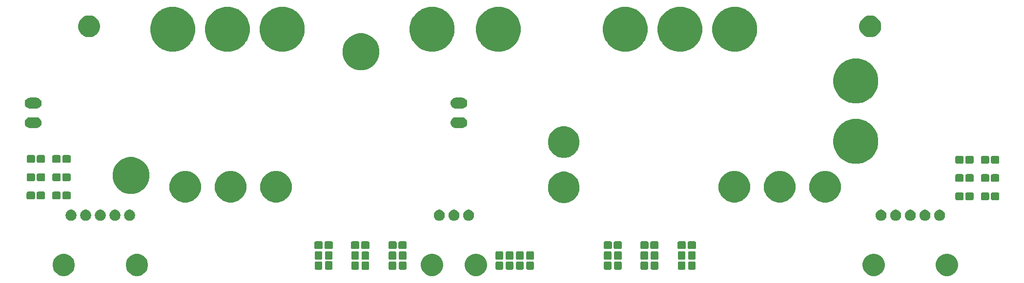
<source format=gbr>
G04 #@! TF.GenerationSoftware,KiCad,Pcbnew,(5.1.5)-2*
G04 #@! TF.CreationDate,2020-02-26T12:31:59-06:00*
G04 #@! TF.ProjectId,ODriveInterfacingBoard,4f447269-7665-4496-9e74-657266616369,rev?*
G04 #@! TF.SameCoordinates,Original*
G04 #@! TF.FileFunction,Soldermask,Top*
G04 #@! TF.FilePolarity,Negative*
%FSLAX46Y46*%
G04 Gerber Fmt 4.6, Leading zero omitted, Abs format (unit mm)*
G04 Created by KiCad (PCBNEW (5.1.5)-2) date 2020-02-26 12:31:59*
%MOMM*%
%LPD*%
G04 APERTURE LIST*
%ADD10C,0.100000*%
G04 APERTURE END LIST*
D10*
G36*
X131879501Y-116512976D02*
G01*
X132084718Y-116597980D01*
X132229829Y-116658087D01*
X132545116Y-116868755D01*
X132813245Y-117136884D01*
X133023913Y-117452171D01*
X133029641Y-117466000D01*
X133169024Y-117802499D01*
X133243000Y-118174403D01*
X133243000Y-118553597D01*
X133169024Y-118925501D01*
X133167018Y-118930343D01*
X133023913Y-119275829D01*
X132813245Y-119591116D01*
X132545116Y-119859245D01*
X132229829Y-120069913D01*
X132084718Y-120130020D01*
X131879501Y-120215024D01*
X131507597Y-120289000D01*
X131128403Y-120289000D01*
X130756499Y-120215024D01*
X130551282Y-120130020D01*
X130406171Y-120069913D01*
X130090884Y-119859245D01*
X129822755Y-119591116D01*
X129612087Y-119275829D01*
X129468982Y-118930343D01*
X129466976Y-118925501D01*
X129393000Y-118553597D01*
X129393000Y-118174403D01*
X129466976Y-117802499D01*
X129606359Y-117466000D01*
X129612087Y-117452171D01*
X129822755Y-117136884D01*
X130090884Y-116868755D01*
X130406171Y-116658087D01*
X130551282Y-116597980D01*
X130756499Y-116512976D01*
X131128403Y-116439000D01*
X131507597Y-116439000D01*
X131879501Y-116512976D01*
G37*
G36*
X208511301Y-116512976D02*
G01*
X208716518Y-116597980D01*
X208861629Y-116658087D01*
X209176916Y-116868755D01*
X209445045Y-117136884D01*
X209655713Y-117452171D01*
X209661441Y-117466000D01*
X209800824Y-117802499D01*
X209874800Y-118174403D01*
X209874800Y-118553597D01*
X209800824Y-118925501D01*
X209798818Y-118930343D01*
X209655713Y-119275829D01*
X209445045Y-119591116D01*
X209176916Y-119859245D01*
X208861629Y-120069913D01*
X208716518Y-120130020D01*
X208511301Y-120215024D01*
X208139397Y-120289000D01*
X207760203Y-120289000D01*
X207388299Y-120215024D01*
X207183082Y-120130020D01*
X207037971Y-120069913D01*
X206722684Y-119859245D01*
X206454555Y-119591116D01*
X206243887Y-119275829D01*
X206100782Y-118930343D01*
X206098776Y-118925501D01*
X206024800Y-118553597D01*
X206024800Y-118174403D01*
X206098776Y-117802499D01*
X206238159Y-117466000D01*
X206243887Y-117452171D01*
X206454555Y-117136884D01*
X206722684Y-116868755D01*
X207037971Y-116658087D01*
X207183082Y-116597980D01*
X207388299Y-116512976D01*
X207760203Y-116439000D01*
X208139397Y-116439000D01*
X208511301Y-116512976D01*
G37*
G36*
X80698501Y-116512976D02*
G01*
X80903718Y-116597980D01*
X81048829Y-116658087D01*
X81364116Y-116868755D01*
X81632245Y-117136884D01*
X81842913Y-117452171D01*
X81848641Y-117466000D01*
X81988024Y-117802499D01*
X82062000Y-118174403D01*
X82062000Y-118553597D01*
X81988024Y-118925501D01*
X81986018Y-118930343D01*
X81842913Y-119275829D01*
X81632245Y-119591116D01*
X81364116Y-119859245D01*
X81048829Y-120069913D01*
X80903718Y-120130020D01*
X80698501Y-120215024D01*
X80326597Y-120289000D01*
X79947403Y-120289000D01*
X79575499Y-120215024D01*
X79370282Y-120130020D01*
X79225171Y-120069913D01*
X78909884Y-119859245D01*
X78641755Y-119591116D01*
X78431087Y-119275829D01*
X78287982Y-118930343D01*
X78285976Y-118925501D01*
X78212000Y-118553597D01*
X78212000Y-118174403D01*
X78285976Y-117802499D01*
X78425359Y-117466000D01*
X78431087Y-117452171D01*
X78641755Y-117136884D01*
X78909884Y-116868755D01*
X79225171Y-116658087D01*
X79370282Y-116597980D01*
X79575499Y-116512976D01*
X79947403Y-116439000D01*
X80326597Y-116439000D01*
X80698501Y-116512976D01*
G37*
G36*
X67998501Y-116512976D02*
G01*
X68203718Y-116597980D01*
X68348829Y-116658087D01*
X68664116Y-116868755D01*
X68932245Y-117136884D01*
X69142913Y-117452171D01*
X69148641Y-117466000D01*
X69288024Y-117802499D01*
X69362000Y-118174403D01*
X69362000Y-118553597D01*
X69288024Y-118925501D01*
X69286018Y-118930343D01*
X69142913Y-119275829D01*
X68932245Y-119591116D01*
X68664116Y-119859245D01*
X68348829Y-120069913D01*
X68203718Y-120130020D01*
X67998501Y-120215024D01*
X67626597Y-120289000D01*
X67247403Y-120289000D01*
X66875499Y-120215024D01*
X66670282Y-120130020D01*
X66525171Y-120069913D01*
X66209884Y-119859245D01*
X65941755Y-119591116D01*
X65731087Y-119275829D01*
X65587982Y-118930343D01*
X65585976Y-118925501D01*
X65512000Y-118553597D01*
X65512000Y-118174403D01*
X65585976Y-117802499D01*
X65725359Y-117466000D01*
X65731087Y-117452171D01*
X65941755Y-117136884D01*
X66209884Y-116868755D01*
X66525171Y-116658087D01*
X66670282Y-116597980D01*
X66875499Y-116512976D01*
X67247403Y-116439000D01*
X67626597Y-116439000D01*
X67998501Y-116512976D01*
G37*
G36*
X139499501Y-116512976D02*
G01*
X139704718Y-116597980D01*
X139849829Y-116658087D01*
X140165116Y-116868755D01*
X140433245Y-117136884D01*
X140643913Y-117452171D01*
X140649641Y-117466000D01*
X140789024Y-117802499D01*
X140863000Y-118174403D01*
X140863000Y-118553597D01*
X140789024Y-118925501D01*
X140787018Y-118930343D01*
X140643913Y-119275829D01*
X140433245Y-119591116D01*
X140165116Y-119859245D01*
X139849829Y-120069913D01*
X139704718Y-120130020D01*
X139499501Y-120215024D01*
X139127597Y-120289000D01*
X138748403Y-120289000D01*
X138376499Y-120215024D01*
X138171282Y-120130020D01*
X138026171Y-120069913D01*
X137710884Y-119859245D01*
X137442755Y-119591116D01*
X137232087Y-119275829D01*
X137088982Y-118930343D01*
X137086976Y-118925501D01*
X137013000Y-118553597D01*
X137013000Y-118174403D01*
X137086976Y-117802499D01*
X137226359Y-117466000D01*
X137232087Y-117452171D01*
X137442755Y-117136884D01*
X137710884Y-116868755D01*
X138026171Y-116658087D01*
X138171282Y-116597980D01*
X138376499Y-116512976D01*
X138748403Y-116439000D01*
X139127597Y-116439000D01*
X139499501Y-116512976D01*
G37*
G36*
X221211301Y-116512976D02*
G01*
X221416518Y-116597980D01*
X221561629Y-116658087D01*
X221876916Y-116868755D01*
X222145045Y-117136884D01*
X222355713Y-117452171D01*
X222361441Y-117466000D01*
X222500824Y-117802499D01*
X222574800Y-118174403D01*
X222574800Y-118553597D01*
X222500824Y-118925501D01*
X222498818Y-118930343D01*
X222355713Y-119275829D01*
X222145045Y-119591116D01*
X221876916Y-119859245D01*
X221561629Y-120069913D01*
X221416518Y-120130020D01*
X221211301Y-120215024D01*
X220839397Y-120289000D01*
X220460203Y-120289000D01*
X220088299Y-120215024D01*
X219883082Y-120130020D01*
X219737971Y-120069913D01*
X219422684Y-119859245D01*
X219154555Y-119591116D01*
X218943887Y-119275829D01*
X218800782Y-118930343D01*
X218798776Y-118925501D01*
X218724800Y-118553597D01*
X218724800Y-118174403D01*
X218798776Y-117802499D01*
X218938159Y-117466000D01*
X218943887Y-117452171D01*
X219154555Y-117136884D01*
X219422684Y-116868755D01*
X219737971Y-116658087D01*
X219883082Y-116597980D01*
X220088299Y-116512976D01*
X220460203Y-116439000D01*
X220839397Y-116439000D01*
X221211301Y-116512976D01*
G37*
G36*
X124913530Y-117771877D02*
G01*
X124965010Y-117787493D01*
X125012445Y-117812848D01*
X125054027Y-117846973D01*
X125088152Y-117888555D01*
X125113507Y-117935990D01*
X125129123Y-117987470D01*
X125135000Y-118047140D01*
X125135000Y-118934860D01*
X125129123Y-118994530D01*
X125113507Y-119046010D01*
X125088152Y-119093445D01*
X125054027Y-119135027D01*
X125012445Y-119169152D01*
X124965010Y-119194507D01*
X124913530Y-119210123D01*
X124853860Y-119216000D01*
X124066140Y-119216000D01*
X124006470Y-119210123D01*
X123954990Y-119194507D01*
X123907555Y-119169152D01*
X123865973Y-119135027D01*
X123831848Y-119093445D01*
X123806493Y-119046010D01*
X123790877Y-118994530D01*
X123785000Y-118934860D01*
X123785000Y-118047140D01*
X123790877Y-117987470D01*
X123806493Y-117935990D01*
X123831848Y-117888555D01*
X123865973Y-117846973D01*
X123907555Y-117812848D01*
X123954990Y-117787493D01*
X124006470Y-117771877D01*
X124066140Y-117766000D01*
X124853860Y-117766000D01*
X124913530Y-117771877D01*
G37*
G36*
X120214530Y-117771877D02*
G01*
X120266010Y-117787493D01*
X120313445Y-117812848D01*
X120355027Y-117846973D01*
X120389152Y-117888555D01*
X120414507Y-117935990D01*
X120430123Y-117987470D01*
X120436000Y-118047140D01*
X120436000Y-118934860D01*
X120430123Y-118994530D01*
X120414507Y-119046010D01*
X120389152Y-119093445D01*
X120355027Y-119135027D01*
X120313445Y-119169152D01*
X120266010Y-119194507D01*
X120214530Y-119210123D01*
X120154860Y-119216000D01*
X119367140Y-119216000D01*
X119307470Y-119210123D01*
X119255990Y-119194507D01*
X119208555Y-119169152D01*
X119166973Y-119135027D01*
X119132848Y-119093445D01*
X119107493Y-119046010D01*
X119091877Y-118994530D01*
X119086000Y-118934860D01*
X119086000Y-118047140D01*
X119091877Y-117987470D01*
X119107493Y-117935990D01*
X119132848Y-117888555D01*
X119166973Y-117846973D01*
X119208555Y-117812848D01*
X119255990Y-117787493D01*
X119307470Y-117771877D01*
X119367140Y-117766000D01*
X120154860Y-117766000D01*
X120214530Y-117771877D01*
G37*
G36*
X168601530Y-117757877D02*
G01*
X168653010Y-117773493D01*
X168700445Y-117798848D01*
X168742027Y-117832973D01*
X168776152Y-117874555D01*
X168801507Y-117921990D01*
X168817123Y-117973470D01*
X168823000Y-118033140D01*
X168823000Y-118920860D01*
X168817123Y-118980530D01*
X168801507Y-119032010D01*
X168776152Y-119079445D01*
X168742027Y-119121027D01*
X168700445Y-119155152D01*
X168653010Y-119180507D01*
X168601530Y-119196123D01*
X168541860Y-119202000D01*
X167754140Y-119202000D01*
X167694470Y-119196123D01*
X167642990Y-119180507D01*
X167595555Y-119155152D01*
X167553973Y-119121027D01*
X167519848Y-119079445D01*
X167494493Y-119032010D01*
X167478877Y-118980530D01*
X167473000Y-118920860D01*
X167473000Y-118033140D01*
X167478877Y-117973470D01*
X167494493Y-117921990D01*
X167519848Y-117874555D01*
X167553973Y-117832973D01*
X167595555Y-117798848D01*
X167642990Y-117773493D01*
X167694470Y-117757877D01*
X167754140Y-117752000D01*
X168541860Y-117752000D01*
X168601530Y-117757877D01*
G37*
G36*
X170379530Y-117757877D02*
G01*
X170431010Y-117773493D01*
X170478445Y-117798848D01*
X170520027Y-117832973D01*
X170554152Y-117874555D01*
X170579507Y-117921990D01*
X170595123Y-117973470D01*
X170601000Y-118033140D01*
X170601000Y-118920860D01*
X170595123Y-118980530D01*
X170579507Y-119032010D01*
X170554152Y-119079445D01*
X170520027Y-119121027D01*
X170478445Y-119155152D01*
X170431010Y-119180507D01*
X170379530Y-119196123D01*
X170319860Y-119202000D01*
X169532140Y-119202000D01*
X169472470Y-119196123D01*
X169420990Y-119180507D01*
X169373555Y-119155152D01*
X169331973Y-119121027D01*
X169297848Y-119079445D01*
X169272493Y-119032010D01*
X169256877Y-118980530D01*
X169251000Y-118920860D01*
X169251000Y-118033140D01*
X169256877Y-117973470D01*
X169272493Y-117921990D01*
X169297848Y-117874555D01*
X169331973Y-117832973D01*
X169373555Y-117798848D01*
X169420990Y-117773493D01*
X169472470Y-117757877D01*
X169532140Y-117752000D01*
X170319860Y-117752000D01*
X170379530Y-117757877D01*
G37*
G36*
X112086530Y-117757877D02*
G01*
X112138010Y-117773493D01*
X112185445Y-117798848D01*
X112227027Y-117832973D01*
X112261152Y-117874555D01*
X112286507Y-117921990D01*
X112302123Y-117973470D01*
X112308000Y-118033140D01*
X112308000Y-118920860D01*
X112302123Y-118980530D01*
X112286507Y-119032010D01*
X112261152Y-119079445D01*
X112227027Y-119121027D01*
X112185445Y-119155152D01*
X112138010Y-119180507D01*
X112086530Y-119196123D01*
X112026860Y-119202000D01*
X111239140Y-119202000D01*
X111179470Y-119196123D01*
X111127990Y-119180507D01*
X111080555Y-119155152D01*
X111038973Y-119121027D01*
X111004848Y-119079445D01*
X110979493Y-119032010D01*
X110963877Y-118980530D01*
X110958000Y-118920860D01*
X110958000Y-118033140D01*
X110963877Y-117973470D01*
X110979493Y-117921990D01*
X111004848Y-117874555D01*
X111038973Y-117832973D01*
X111080555Y-117798848D01*
X111127990Y-117773493D01*
X111179470Y-117757877D01*
X111239140Y-117752000D01*
X112026860Y-117752000D01*
X112086530Y-117757877D01*
G37*
G36*
X164029530Y-117757877D02*
G01*
X164081010Y-117773493D01*
X164128445Y-117798848D01*
X164170027Y-117832973D01*
X164204152Y-117874555D01*
X164229507Y-117921990D01*
X164245123Y-117973470D01*
X164251000Y-118033140D01*
X164251000Y-118920860D01*
X164245123Y-118980530D01*
X164229507Y-119032010D01*
X164204152Y-119079445D01*
X164170027Y-119121027D01*
X164128445Y-119155152D01*
X164081010Y-119180507D01*
X164029530Y-119196123D01*
X163969860Y-119202000D01*
X163182140Y-119202000D01*
X163122470Y-119196123D01*
X163070990Y-119180507D01*
X163023555Y-119155152D01*
X162981973Y-119121027D01*
X162947848Y-119079445D01*
X162922493Y-119032010D01*
X162906877Y-118980530D01*
X162901000Y-118920860D01*
X162901000Y-118033140D01*
X162906877Y-117973470D01*
X162922493Y-117921990D01*
X162947848Y-117874555D01*
X162981973Y-117832973D01*
X163023555Y-117798848D01*
X163070990Y-117773493D01*
X163122470Y-117757877D01*
X163182140Y-117752000D01*
X163969860Y-117752000D01*
X164029530Y-117757877D01*
G37*
G36*
X162251530Y-117757877D02*
G01*
X162303010Y-117773493D01*
X162350445Y-117798848D01*
X162392027Y-117832973D01*
X162426152Y-117874555D01*
X162451507Y-117921990D01*
X162467123Y-117973470D01*
X162473000Y-118033140D01*
X162473000Y-118920860D01*
X162467123Y-118980530D01*
X162451507Y-119032010D01*
X162426152Y-119079445D01*
X162392027Y-119121027D01*
X162350445Y-119155152D01*
X162303010Y-119180507D01*
X162251530Y-119196123D01*
X162191860Y-119202000D01*
X161404140Y-119202000D01*
X161344470Y-119196123D01*
X161292990Y-119180507D01*
X161245555Y-119155152D01*
X161203973Y-119121027D01*
X161169848Y-119079445D01*
X161144493Y-119032010D01*
X161128877Y-118980530D01*
X161123000Y-118920860D01*
X161123000Y-118033140D01*
X161128877Y-117973470D01*
X161144493Y-117921990D01*
X161169848Y-117874555D01*
X161203973Y-117832973D01*
X161245555Y-117798848D01*
X161292990Y-117773493D01*
X161344470Y-117757877D01*
X161404140Y-117752000D01*
X162191860Y-117752000D01*
X162251530Y-117757877D01*
G37*
G36*
X145233530Y-117757877D02*
G01*
X145285010Y-117773493D01*
X145332445Y-117798848D01*
X145374027Y-117832973D01*
X145408152Y-117874555D01*
X145433507Y-117921990D01*
X145449123Y-117973470D01*
X145455000Y-118033140D01*
X145455000Y-118920860D01*
X145449123Y-118980530D01*
X145433507Y-119032010D01*
X145408152Y-119079445D01*
X145374027Y-119121027D01*
X145332445Y-119155152D01*
X145285010Y-119180507D01*
X145233530Y-119196123D01*
X145173860Y-119202000D01*
X144386140Y-119202000D01*
X144326470Y-119196123D01*
X144274990Y-119180507D01*
X144227555Y-119155152D01*
X144185973Y-119121027D01*
X144151848Y-119079445D01*
X144126493Y-119032010D01*
X144110877Y-118980530D01*
X144105000Y-118920860D01*
X144105000Y-118033140D01*
X144110877Y-117973470D01*
X144126493Y-117921990D01*
X144151848Y-117874555D01*
X144185973Y-117832973D01*
X144227555Y-117798848D01*
X144274990Y-117773493D01*
X144326470Y-117757877D01*
X144386140Y-117752000D01*
X145173860Y-117752000D01*
X145233530Y-117757877D01*
G37*
G36*
X175078530Y-117757877D02*
G01*
X175130010Y-117773493D01*
X175177445Y-117798848D01*
X175219027Y-117832973D01*
X175253152Y-117874555D01*
X175278507Y-117921990D01*
X175294123Y-117973470D01*
X175300000Y-118033140D01*
X175300000Y-118920860D01*
X175294123Y-118980530D01*
X175278507Y-119032010D01*
X175253152Y-119079445D01*
X175219027Y-119121027D01*
X175177445Y-119155152D01*
X175130010Y-119180507D01*
X175078530Y-119196123D01*
X175018860Y-119202000D01*
X174231140Y-119202000D01*
X174171470Y-119196123D01*
X174119990Y-119180507D01*
X174072555Y-119155152D01*
X174030973Y-119121027D01*
X173996848Y-119079445D01*
X173971493Y-119032010D01*
X173955877Y-118980530D01*
X173950000Y-118920860D01*
X173950000Y-118033140D01*
X173955877Y-117973470D01*
X173971493Y-117921990D01*
X173996848Y-117874555D01*
X174030973Y-117832973D01*
X174072555Y-117798848D01*
X174119990Y-117773493D01*
X174171470Y-117757877D01*
X174231140Y-117752000D01*
X175018860Y-117752000D01*
X175078530Y-117757877D01*
G37*
G36*
X126691530Y-117757877D02*
G01*
X126743010Y-117773493D01*
X126790445Y-117798848D01*
X126832027Y-117832973D01*
X126866152Y-117874555D01*
X126891507Y-117921990D01*
X126907123Y-117973470D01*
X126913000Y-118033140D01*
X126913000Y-118920860D01*
X126907123Y-118980530D01*
X126891507Y-119032010D01*
X126866152Y-119079445D01*
X126832027Y-119121027D01*
X126790445Y-119155152D01*
X126743010Y-119180507D01*
X126691530Y-119196123D01*
X126631860Y-119202000D01*
X125844140Y-119202000D01*
X125784470Y-119196123D01*
X125732990Y-119180507D01*
X125685555Y-119155152D01*
X125643973Y-119121027D01*
X125609848Y-119079445D01*
X125584493Y-119032010D01*
X125568877Y-118980530D01*
X125563000Y-118920860D01*
X125563000Y-118033140D01*
X125568877Y-117973470D01*
X125584493Y-117921990D01*
X125609848Y-117874555D01*
X125643973Y-117832973D01*
X125685555Y-117798848D01*
X125732990Y-117773493D01*
X125784470Y-117757877D01*
X125844140Y-117752000D01*
X126631860Y-117752000D01*
X126691530Y-117757877D01*
G37*
G36*
X148789530Y-117757877D02*
G01*
X148841010Y-117773493D01*
X148888445Y-117798848D01*
X148930027Y-117832973D01*
X148964152Y-117874555D01*
X148989507Y-117921990D01*
X149005123Y-117973470D01*
X149011000Y-118033140D01*
X149011000Y-118920860D01*
X149005123Y-118980530D01*
X148989507Y-119032010D01*
X148964152Y-119079445D01*
X148930027Y-119121027D01*
X148888445Y-119155152D01*
X148841010Y-119180507D01*
X148789530Y-119196123D01*
X148729860Y-119202000D01*
X147942140Y-119202000D01*
X147882470Y-119196123D01*
X147830990Y-119180507D01*
X147783555Y-119155152D01*
X147741973Y-119121027D01*
X147707848Y-119079445D01*
X147682493Y-119032010D01*
X147666877Y-118980530D01*
X147661000Y-118920860D01*
X147661000Y-118033140D01*
X147666877Y-117973470D01*
X147682493Y-117921990D01*
X147707848Y-117874555D01*
X147741973Y-117832973D01*
X147783555Y-117798848D01*
X147830990Y-117773493D01*
X147882470Y-117757877D01*
X147942140Y-117752000D01*
X148729860Y-117752000D01*
X148789530Y-117757877D01*
G37*
G36*
X143455530Y-117757877D02*
G01*
X143507010Y-117773493D01*
X143554445Y-117798848D01*
X143596027Y-117832973D01*
X143630152Y-117874555D01*
X143655507Y-117921990D01*
X143671123Y-117973470D01*
X143677000Y-118033140D01*
X143677000Y-118920860D01*
X143671123Y-118980530D01*
X143655507Y-119032010D01*
X143630152Y-119079445D01*
X143596027Y-119121027D01*
X143554445Y-119155152D01*
X143507010Y-119180507D01*
X143455530Y-119196123D01*
X143395860Y-119202000D01*
X142608140Y-119202000D01*
X142548470Y-119196123D01*
X142496990Y-119180507D01*
X142449555Y-119155152D01*
X142407973Y-119121027D01*
X142373848Y-119079445D01*
X142348493Y-119032010D01*
X142332877Y-118980530D01*
X142327000Y-118920860D01*
X142327000Y-118033140D01*
X142332877Y-117973470D01*
X142348493Y-117921990D01*
X142373848Y-117874555D01*
X142407973Y-117832973D01*
X142449555Y-117798848D01*
X142496990Y-117773493D01*
X142548470Y-117757877D01*
X142608140Y-117752000D01*
X143395860Y-117752000D01*
X143455530Y-117757877D01*
G37*
G36*
X176856530Y-117757877D02*
G01*
X176908010Y-117773493D01*
X176955445Y-117798848D01*
X176997027Y-117832973D01*
X177031152Y-117874555D01*
X177056507Y-117921990D01*
X177072123Y-117973470D01*
X177078000Y-118033140D01*
X177078000Y-118920860D01*
X177072123Y-118980530D01*
X177056507Y-119032010D01*
X177031152Y-119079445D01*
X176997027Y-119121027D01*
X176955445Y-119155152D01*
X176908010Y-119180507D01*
X176856530Y-119196123D01*
X176796860Y-119202000D01*
X176009140Y-119202000D01*
X175949470Y-119196123D01*
X175897990Y-119180507D01*
X175850555Y-119155152D01*
X175808973Y-119121027D01*
X175774848Y-119079445D01*
X175749493Y-119032010D01*
X175733877Y-118980530D01*
X175728000Y-118920860D01*
X175728000Y-118033140D01*
X175733877Y-117973470D01*
X175749493Y-117921990D01*
X175774848Y-117874555D01*
X175808973Y-117832973D01*
X175850555Y-117798848D01*
X175897990Y-117773493D01*
X175949470Y-117757877D01*
X176009140Y-117752000D01*
X176796860Y-117752000D01*
X176856530Y-117757877D01*
G37*
G36*
X118436530Y-117757877D02*
G01*
X118488010Y-117773493D01*
X118535445Y-117798848D01*
X118577027Y-117832973D01*
X118611152Y-117874555D01*
X118636507Y-117921990D01*
X118652123Y-117973470D01*
X118658000Y-118033140D01*
X118658000Y-118920860D01*
X118652123Y-118980530D01*
X118636507Y-119032010D01*
X118611152Y-119079445D01*
X118577027Y-119121027D01*
X118535445Y-119155152D01*
X118488010Y-119180507D01*
X118436530Y-119196123D01*
X118376860Y-119202000D01*
X117589140Y-119202000D01*
X117529470Y-119196123D01*
X117477990Y-119180507D01*
X117430555Y-119155152D01*
X117388973Y-119121027D01*
X117354848Y-119079445D01*
X117329493Y-119032010D01*
X117313877Y-118980530D01*
X117308000Y-118920860D01*
X117308000Y-118033140D01*
X117313877Y-117973470D01*
X117329493Y-117921990D01*
X117354848Y-117874555D01*
X117388973Y-117832973D01*
X117430555Y-117798848D01*
X117477990Y-117773493D01*
X117529470Y-117757877D01*
X117589140Y-117752000D01*
X118376860Y-117752000D01*
X118436530Y-117757877D01*
G37*
G36*
X147011530Y-117757877D02*
G01*
X147063010Y-117773493D01*
X147110445Y-117798848D01*
X147152027Y-117832973D01*
X147186152Y-117874555D01*
X147211507Y-117921990D01*
X147227123Y-117973470D01*
X147233000Y-118033140D01*
X147233000Y-118920860D01*
X147227123Y-118980530D01*
X147211507Y-119032010D01*
X147186152Y-119079445D01*
X147152027Y-119121027D01*
X147110445Y-119155152D01*
X147063010Y-119180507D01*
X147011530Y-119196123D01*
X146951860Y-119202000D01*
X146164140Y-119202000D01*
X146104470Y-119196123D01*
X146052990Y-119180507D01*
X146005555Y-119155152D01*
X145963973Y-119121027D01*
X145929848Y-119079445D01*
X145904493Y-119032010D01*
X145888877Y-118980530D01*
X145883000Y-118920860D01*
X145883000Y-118033140D01*
X145888877Y-117973470D01*
X145904493Y-117921990D01*
X145929848Y-117874555D01*
X145963973Y-117832973D01*
X146005555Y-117798848D01*
X146052990Y-117773493D01*
X146104470Y-117757877D01*
X146164140Y-117752000D01*
X146951860Y-117752000D01*
X147011530Y-117757877D01*
G37*
G36*
X113864530Y-117743877D02*
G01*
X113916010Y-117759493D01*
X113963445Y-117784848D01*
X114005027Y-117818973D01*
X114039152Y-117860555D01*
X114064507Y-117907990D01*
X114080123Y-117959470D01*
X114086000Y-118019140D01*
X114086000Y-118906860D01*
X114080123Y-118966530D01*
X114064507Y-119018010D01*
X114039152Y-119065445D01*
X114005027Y-119107027D01*
X113963445Y-119141152D01*
X113916010Y-119166507D01*
X113864530Y-119182123D01*
X113804860Y-119188000D01*
X113017140Y-119188000D01*
X112957470Y-119182123D01*
X112905990Y-119166507D01*
X112858555Y-119141152D01*
X112816973Y-119107027D01*
X112782848Y-119065445D01*
X112757493Y-119018010D01*
X112741877Y-118966530D01*
X112736000Y-118906860D01*
X112736000Y-118019140D01*
X112741877Y-117959470D01*
X112757493Y-117907990D01*
X112782848Y-117860555D01*
X112816973Y-117818973D01*
X112858555Y-117784848D01*
X112905990Y-117759493D01*
X112957470Y-117743877D01*
X113017140Y-117738000D01*
X113804860Y-117738000D01*
X113864530Y-117743877D01*
G37*
G36*
X120214530Y-116021877D02*
G01*
X120266010Y-116037493D01*
X120313445Y-116062848D01*
X120355027Y-116096973D01*
X120389152Y-116138555D01*
X120414507Y-116185990D01*
X120430123Y-116237470D01*
X120436000Y-116297140D01*
X120436000Y-117184860D01*
X120430123Y-117244530D01*
X120414507Y-117296010D01*
X120389152Y-117343445D01*
X120355027Y-117385027D01*
X120313445Y-117419152D01*
X120266010Y-117444507D01*
X120214530Y-117460123D01*
X120154860Y-117466000D01*
X119367140Y-117466000D01*
X119307470Y-117460123D01*
X119255990Y-117444507D01*
X119208555Y-117419152D01*
X119166973Y-117385027D01*
X119132848Y-117343445D01*
X119107493Y-117296010D01*
X119091877Y-117244530D01*
X119086000Y-117184860D01*
X119086000Y-116297140D01*
X119091877Y-116237470D01*
X119107493Y-116185990D01*
X119132848Y-116138555D01*
X119166973Y-116096973D01*
X119208555Y-116062848D01*
X119255990Y-116037493D01*
X119307470Y-116021877D01*
X119367140Y-116016000D01*
X120154860Y-116016000D01*
X120214530Y-116021877D01*
G37*
G36*
X124913530Y-116021877D02*
G01*
X124965010Y-116037493D01*
X125012445Y-116062848D01*
X125054027Y-116096973D01*
X125088152Y-116138555D01*
X125113507Y-116185990D01*
X125129123Y-116237470D01*
X125135000Y-116297140D01*
X125135000Y-117184860D01*
X125129123Y-117244530D01*
X125113507Y-117296010D01*
X125088152Y-117343445D01*
X125054027Y-117385027D01*
X125012445Y-117419152D01*
X124965010Y-117444507D01*
X124913530Y-117460123D01*
X124853860Y-117466000D01*
X124066140Y-117466000D01*
X124006470Y-117460123D01*
X123954990Y-117444507D01*
X123907555Y-117419152D01*
X123865973Y-117385027D01*
X123831848Y-117343445D01*
X123806493Y-117296010D01*
X123790877Y-117244530D01*
X123785000Y-117184860D01*
X123785000Y-116297140D01*
X123790877Y-116237470D01*
X123806493Y-116185990D01*
X123831848Y-116138555D01*
X123865973Y-116096973D01*
X123907555Y-116062848D01*
X123954990Y-116037493D01*
X124006470Y-116021877D01*
X124066140Y-116016000D01*
X124853860Y-116016000D01*
X124913530Y-116021877D01*
G37*
G36*
X143455530Y-116007877D02*
G01*
X143507010Y-116023493D01*
X143554445Y-116048848D01*
X143596027Y-116082973D01*
X143630152Y-116124555D01*
X143655507Y-116171990D01*
X143671123Y-116223470D01*
X143677000Y-116283140D01*
X143677000Y-117170860D01*
X143671123Y-117230530D01*
X143655507Y-117282010D01*
X143630152Y-117329445D01*
X143596027Y-117371027D01*
X143554445Y-117405152D01*
X143507010Y-117430507D01*
X143455530Y-117446123D01*
X143395860Y-117452000D01*
X142608140Y-117452000D01*
X142548470Y-117446123D01*
X142496990Y-117430507D01*
X142449555Y-117405152D01*
X142407973Y-117371027D01*
X142373848Y-117329445D01*
X142348493Y-117282010D01*
X142332877Y-117230530D01*
X142327000Y-117170860D01*
X142327000Y-116283140D01*
X142332877Y-116223470D01*
X142348493Y-116171990D01*
X142373848Y-116124555D01*
X142407973Y-116082973D01*
X142449555Y-116048848D01*
X142496990Y-116023493D01*
X142548470Y-116007877D01*
X142608140Y-116002000D01*
X143395860Y-116002000D01*
X143455530Y-116007877D01*
G37*
G36*
X126691530Y-116007877D02*
G01*
X126743010Y-116023493D01*
X126790445Y-116048848D01*
X126832027Y-116082973D01*
X126866152Y-116124555D01*
X126891507Y-116171990D01*
X126907123Y-116223470D01*
X126913000Y-116283140D01*
X126913000Y-117170860D01*
X126907123Y-117230530D01*
X126891507Y-117282010D01*
X126866152Y-117329445D01*
X126832027Y-117371027D01*
X126790445Y-117405152D01*
X126743010Y-117430507D01*
X126691530Y-117446123D01*
X126631860Y-117452000D01*
X125844140Y-117452000D01*
X125784470Y-117446123D01*
X125732990Y-117430507D01*
X125685555Y-117405152D01*
X125643973Y-117371027D01*
X125609848Y-117329445D01*
X125584493Y-117282010D01*
X125568877Y-117230530D01*
X125563000Y-117170860D01*
X125563000Y-116283140D01*
X125568877Y-116223470D01*
X125584493Y-116171990D01*
X125609848Y-116124555D01*
X125643973Y-116082973D01*
X125685555Y-116048848D01*
X125732990Y-116023493D01*
X125784470Y-116007877D01*
X125844140Y-116002000D01*
X126631860Y-116002000D01*
X126691530Y-116007877D01*
G37*
G36*
X148789530Y-116007877D02*
G01*
X148841010Y-116023493D01*
X148888445Y-116048848D01*
X148930027Y-116082973D01*
X148964152Y-116124555D01*
X148989507Y-116171990D01*
X149005123Y-116223470D01*
X149011000Y-116283140D01*
X149011000Y-117170860D01*
X149005123Y-117230530D01*
X148989507Y-117282010D01*
X148964152Y-117329445D01*
X148930027Y-117371027D01*
X148888445Y-117405152D01*
X148841010Y-117430507D01*
X148789530Y-117446123D01*
X148729860Y-117452000D01*
X147942140Y-117452000D01*
X147882470Y-117446123D01*
X147830990Y-117430507D01*
X147783555Y-117405152D01*
X147741973Y-117371027D01*
X147707848Y-117329445D01*
X147682493Y-117282010D01*
X147666877Y-117230530D01*
X147661000Y-117170860D01*
X147661000Y-116283140D01*
X147666877Y-116223470D01*
X147682493Y-116171990D01*
X147707848Y-116124555D01*
X147741973Y-116082973D01*
X147783555Y-116048848D01*
X147830990Y-116023493D01*
X147882470Y-116007877D01*
X147942140Y-116002000D01*
X148729860Y-116002000D01*
X148789530Y-116007877D01*
G37*
G36*
X170379530Y-116007877D02*
G01*
X170431010Y-116023493D01*
X170478445Y-116048848D01*
X170520027Y-116082973D01*
X170554152Y-116124555D01*
X170579507Y-116171990D01*
X170595123Y-116223470D01*
X170601000Y-116283140D01*
X170601000Y-117170860D01*
X170595123Y-117230530D01*
X170579507Y-117282010D01*
X170554152Y-117329445D01*
X170520027Y-117371027D01*
X170478445Y-117405152D01*
X170431010Y-117430507D01*
X170379530Y-117446123D01*
X170319860Y-117452000D01*
X169532140Y-117452000D01*
X169472470Y-117446123D01*
X169420990Y-117430507D01*
X169373555Y-117405152D01*
X169331973Y-117371027D01*
X169297848Y-117329445D01*
X169272493Y-117282010D01*
X169256877Y-117230530D01*
X169251000Y-117170860D01*
X169251000Y-116283140D01*
X169256877Y-116223470D01*
X169272493Y-116171990D01*
X169297848Y-116124555D01*
X169331973Y-116082973D01*
X169373555Y-116048848D01*
X169420990Y-116023493D01*
X169472470Y-116007877D01*
X169532140Y-116002000D01*
X170319860Y-116002000D01*
X170379530Y-116007877D01*
G37*
G36*
X112086530Y-116007877D02*
G01*
X112138010Y-116023493D01*
X112185445Y-116048848D01*
X112227027Y-116082973D01*
X112261152Y-116124555D01*
X112286507Y-116171990D01*
X112302123Y-116223470D01*
X112308000Y-116283140D01*
X112308000Y-117170860D01*
X112302123Y-117230530D01*
X112286507Y-117282010D01*
X112261152Y-117329445D01*
X112227027Y-117371027D01*
X112185445Y-117405152D01*
X112138010Y-117430507D01*
X112086530Y-117446123D01*
X112026860Y-117452000D01*
X111239140Y-117452000D01*
X111179470Y-117446123D01*
X111127990Y-117430507D01*
X111080555Y-117405152D01*
X111038973Y-117371027D01*
X111004848Y-117329445D01*
X110979493Y-117282010D01*
X110963877Y-117230530D01*
X110958000Y-117170860D01*
X110958000Y-116283140D01*
X110963877Y-116223470D01*
X110979493Y-116171990D01*
X111004848Y-116124555D01*
X111038973Y-116082973D01*
X111080555Y-116048848D01*
X111127990Y-116023493D01*
X111179470Y-116007877D01*
X111239140Y-116002000D01*
X112026860Y-116002000D01*
X112086530Y-116007877D01*
G37*
G36*
X168601530Y-116007877D02*
G01*
X168653010Y-116023493D01*
X168700445Y-116048848D01*
X168742027Y-116082973D01*
X168776152Y-116124555D01*
X168801507Y-116171990D01*
X168817123Y-116223470D01*
X168823000Y-116283140D01*
X168823000Y-117170860D01*
X168817123Y-117230530D01*
X168801507Y-117282010D01*
X168776152Y-117329445D01*
X168742027Y-117371027D01*
X168700445Y-117405152D01*
X168653010Y-117430507D01*
X168601530Y-117446123D01*
X168541860Y-117452000D01*
X167754140Y-117452000D01*
X167694470Y-117446123D01*
X167642990Y-117430507D01*
X167595555Y-117405152D01*
X167553973Y-117371027D01*
X167519848Y-117329445D01*
X167494493Y-117282010D01*
X167478877Y-117230530D01*
X167473000Y-117170860D01*
X167473000Y-116283140D01*
X167478877Y-116223470D01*
X167494493Y-116171990D01*
X167519848Y-116124555D01*
X167553973Y-116082973D01*
X167595555Y-116048848D01*
X167642990Y-116023493D01*
X167694470Y-116007877D01*
X167754140Y-116002000D01*
X168541860Y-116002000D01*
X168601530Y-116007877D01*
G37*
G36*
X164029530Y-116007877D02*
G01*
X164081010Y-116023493D01*
X164128445Y-116048848D01*
X164170027Y-116082973D01*
X164204152Y-116124555D01*
X164229507Y-116171990D01*
X164245123Y-116223470D01*
X164251000Y-116283140D01*
X164251000Y-117170860D01*
X164245123Y-117230530D01*
X164229507Y-117282010D01*
X164204152Y-117329445D01*
X164170027Y-117371027D01*
X164128445Y-117405152D01*
X164081010Y-117430507D01*
X164029530Y-117446123D01*
X163969860Y-117452000D01*
X163182140Y-117452000D01*
X163122470Y-117446123D01*
X163070990Y-117430507D01*
X163023555Y-117405152D01*
X162981973Y-117371027D01*
X162947848Y-117329445D01*
X162922493Y-117282010D01*
X162906877Y-117230530D01*
X162901000Y-117170860D01*
X162901000Y-116283140D01*
X162906877Y-116223470D01*
X162922493Y-116171990D01*
X162947848Y-116124555D01*
X162981973Y-116082973D01*
X163023555Y-116048848D01*
X163070990Y-116023493D01*
X163122470Y-116007877D01*
X163182140Y-116002000D01*
X163969860Y-116002000D01*
X164029530Y-116007877D01*
G37*
G36*
X162251530Y-116007877D02*
G01*
X162303010Y-116023493D01*
X162350445Y-116048848D01*
X162392027Y-116082973D01*
X162426152Y-116124555D01*
X162451507Y-116171990D01*
X162467123Y-116223470D01*
X162473000Y-116283140D01*
X162473000Y-117170860D01*
X162467123Y-117230530D01*
X162451507Y-117282010D01*
X162426152Y-117329445D01*
X162392027Y-117371027D01*
X162350445Y-117405152D01*
X162303010Y-117430507D01*
X162251530Y-117446123D01*
X162191860Y-117452000D01*
X161404140Y-117452000D01*
X161344470Y-117446123D01*
X161292990Y-117430507D01*
X161245555Y-117405152D01*
X161203973Y-117371027D01*
X161169848Y-117329445D01*
X161144493Y-117282010D01*
X161128877Y-117230530D01*
X161123000Y-117170860D01*
X161123000Y-116283140D01*
X161128877Y-116223470D01*
X161144493Y-116171990D01*
X161169848Y-116124555D01*
X161203973Y-116082973D01*
X161245555Y-116048848D01*
X161292990Y-116023493D01*
X161344470Y-116007877D01*
X161404140Y-116002000D01*
X162191860Y-116002000D01*
X162251530Y-116007877D01*
G37*
G36*
X118436530Y-116007877D02*
G01*
X118488010Y-116023493D01*
X118535445Y-116048848D01*
X118577027Y-116082973D01*
X118611152Y-116124555D01*
X118636507Y-116171990D01*
X118652123Y-116223470D01*
X118658000Y-116283140D01*
X118658000Y-117170860D01*
X118652123Y-117230530D01*
X118636507Y-117282010D01*
X118611152Y-117329445D01*
X118577027Y-117371027D01*
X118535445Y-117405152D01*
X118488010Y-117430507D01*
X118436530Y-117446123D01*
X118376860Y-117452000D01*
X117589140Y-117452000D01*
X117529470Y-117446123D01*
X117477990Y-117430507D01*
X117430555Y-117405152D01*
X117388973Y-117371027D01*
X117354848Y-117329445D01*
X117329493Y-117282010D01*
X117313877Y-117230530D01*
X117308000Y-117170860D01*
X117308000Y-116283140D01*
X117313877Y-116223470D01*
X117329493Y-116171990D01*
X117354848Y-116124555D01*
X117388973Y-116082973D01*
X117430555Y-116048848D01*
X117477990Y-116023493D01*
X117529470Y-116007877D01*
X117589140Y-116002000D01*
X118376860Y-116002000D01*
X118436530Y-116007877D01*
G37*
G36*
X145233530Y-116007877D02*
G01*
X145285010Y-116023493D01*
X145332445Y-116048848D01*
X145374027Y-116082973D01*
X145408152Y-116124555D01*
X145433507Y-116171990D01*
X145449123Y-116223470D01*
X145455000Y-116283140D01*
X145455000Y-117170860D01*
X145449123Y-117230530D01*
X145433507Y-117282010D01*
X145408152Y-117329445D01*
X145374027Y-117371027D01*
X145332445Y-117405152D01*
X145285010Y-117430507D01*
X145233530Y-117446123D01*
X145173860Y-117452000D01*
X144386140Y-117452000D01*
X144326470Y-117446123D01*
X144274990Y-117430507D01*
X144227555Y-117405152D01*
X144185973Y-117371027D01*
X144151848Y-117329445D01*
X144126493Y-117282010D01*
X144110877Y-117230530D01*
X144105000Y-117170860D01*
X144105000Y-116283140D01*
X144110877Y-116223470D01*
X144126493Y-116171990D01*
X144151848Y-116124555D01*
X144185973Y-116082973D01*
X144227555Y-116048848D01*
X144274990Y-116023493D01*
X144326470Y-116007877D01*
X144386140Y-116002000D01*
X145173860Y-116002000D01*
X145233530Y-116007877D01*
G37*
G36*
X175078530Y-116007877D02*
G01*
X175130010Y-116023493D01*
X175177445Y-116048848D01*
X175219027Y-116082973D01*
X175253152Y-116124555D01*
X175278507Y-116171990D01*
X175294123Y-116223470D01*
X175300000Y-116283140D01*
X175300000Y-117170860D01*
X175294123Y-117230530D01*
X175278507Y-117282010D01*
X175253152Y-117329445D01*
X175219027Y-117371027D01*
X175177445Y-117405152D01*
X175130010Y-117430507D01*
X175078530Y-117446123D01*
X175018860Y-117452000D01*
X174231140Y-117452000D01*
X174171470Y-117446123D01*
X174119990Y-117430507D01*
X174072555Y-117405152D01*
X174030973Y-117371027D01*
X173996848Y-117329445D01*
X173971493Y-117282010D01*
X173955877Y-117230530D01*
X173950000Y-117170860D01*
X173950000Y-116283140D01*
X173955877Y-116223470D01*
X173971493Y-116171990D01*
X173996848Y-116124555D01*
X174030973Y-116082973D01*
X174072555Y-116048848D01*
X174119990Y-116023493D01*
X174171470Y-116007877D01*
X174231140Y-116002000D01*
X175018860Y-116002000D01*
X175078530Y-116007877D01*
G37*
G36*
X147011530Y-116007877D02*
G01*
X147063010Y-116023493D01*
X147110445Y-116048848D01*
X147152027Y-116082973D01*
X147186152Y-116124555D01*
X147211507Y-116171990D01*
X147227123Y-116223470D01*
X147233000Y-116283140D01*
X147233000Y-117170860D01*
X147227123Y-117230530D01*
X147211507Y-117282010D01*
X147186152Y-117329445D01*
X147152027Y-117371027D01*
X147110445Y-117405152D01*
X147063010Y-117430507D01*
X147011530Y-117446123D01*
X146951860Y-117452000D01*
X146164140Y-117452000D01*
X146104470Y-117446123D01*
X146052990Y-117430507D01*
X146005555Y-117405152D01*
X145963973Y-117371027D01*
X145929848Y-117329445D01*
X145904493Y-117282010D01*
X145888877Y-117230530D01*
X145883000Y-117170860D01*
X145883000Y-116283140D01*
X145888877Y-116223470D01*
X145904493Y-116171990D01*
X145929848Y-116124555D01*
X145963973Y-116082973D01*
X146005555Y-116048848D01*
X146052990Y-116023493D01*
X146104470Y-116007877D01*
X146164140Y-116002000D01*
X146951860Y-116002000D01*
X147011530Y-116007877D01*
G37*
G36*
X176856530Y-116007877D02*
G01*
X176908010Y-116023493D01*
X176955445Y-116048848D01*
X176997027Y-116082973D01*
X177031152Y-116124555D01*
X177056507Y-116171990D01*
X177072123Y-116223470D01*
X177078000Y-116283140D01*
X177078000Y-117170860D01*
X177072123Y-117230530D01*
X177056507Y-117282010D01*
X177031152Y-117329445D01*
X176997027Y-117371027D01*
X176955445Y-117405152D01*
X176908010Y-117430507D01*
X176856530Y-117446123D01*
X176796860Y-117452000D01*
X176009140Y-117452000D01*
X175949470Y-117446123D01*
X175897990Y-117430507D01*
X175850555Y-117405152D01*
X175808973Y-117371027D01*
X175774848Y-117329445D01*
X175749493Y-117282010D01*
X175733877Y-117230530D01*
X175728000Y-117170860D01*
X175728000Y-116283140D01*
X175733877Y-116223470D01*
X175749493Y-116171990D01*
X175774848Y-116124555D01*
X175808973Y-116082973D01*
X175850555Y-116048848D01*
X175897990Y-116023493D01*
X175949470Y-116007877D01*
X176009140Y-116002000D01*
X176796860Y-116002000D01*
X176856530Y-116007877D01*
G37*
G36*
X113864530Y-115993877D02*
G01*
X113916010Y-116009493D01*
X113963445Y-116034848D01*
X114005027Y-116068973D01*
X114039152Y-116110555D01*
X114064507Y-116157990D01*
X114080123Y-116209470D01*
X114086000Y-116269140D01*
X114086000Y-117156860D01*
X114080123Y-117216530D01*
X114064507Y-117268010D01*
X114039152Y-117315445D01*
X114005027Y-117357027D01*
X113963445Y-117391152D01*
X113916010Y-117416507D01*
X113864530Y-117432123D01*
X113804860Y-117438000D01*
X113017140Y-117438000D01*
X112957470Y-117432123D01*
X112905990Y-117416507D01*
X112858555Y-117391152D01*
X112816973Y-117357027D01*
X112782848Y-117315445D01*
X112757493Y-117268010D01*
X112741877Y-117216530D01*
X112736000Y-117156860D01*
X112736000Y-116269140D01*
X112741877Y-116209470D01*
X112757493Y-116157990D01*
X112782848Y-116110555D01*
X112816973Y-116068973D01*
X112858555Y-116034848D01*
X112905990Y-116009493D01*
X112957470Y-115993877D01*
X113017140Y-115988000D01*
X113804860Y-115988000D01*
X113864530Y-115993877D01*
G37*
G36*
X168665530Y-114265877D02*
G01*
X168717010Y-114281493D01*
X168764445Y-114306848D01*
X168806027Y-114340973D01*
X168840152Y-114382555D01*
X168865507Y-114429990D01*
X168881123Y-114481470D01*
X168887000Y-114541140D01*
X168887000Y-115328860D01*
X168881123Y-115388530D01*
X168865507Y-115440010D01*
X168840152Y-115487445D01*
X168806027Y-115529027D01*
X168764445Y-115563152D01*
X168717010Y-115588507D01*
X168665530Y-115604123D01*
X168605860Y-115610000D01*
X167718140Y-115610000D01*
X167658470Y-115604123D01*
X167606990Y-115588507D01*
X167559555Y-115563152D01*
X167517973Y-115529027D01*
X167483848Y-115487445D01*
X167458493Y-115440010D01*
X167442877Y-115388530D01*
X167437000Y-115328860D01*
X167437000Y-114541140D01*
X167442877Y-114481470D01*
X167458493Y-114429990D01*
X167483848Y-114382555D01*
X167517973Y-114340973D01*
X167559555Y-114306848D01*
X167606990Y-114281493D01*
X167658470Y-114265877D01*
X167718140Y-114260000D01*
X168605860Y-114260000D01*
X168665530Y-114265877D01*
G37*
G36*
X164065530Y-114265877D02*
G01*
X164117010Y-114281493D01*
X164164445Y-114306848D01*
X164206027Y-114340973D01*
X164240152Y-114382555D01*
X164265507Y-114429990D01*
X164281123Y-114481470D01*
X164287000Y-114541140D01*
X164287000Y-115328860D01*
X164281123Y-115388530D01*
X164265507Y-115440010D01*
X164240152Y-115487445D01*
X164206027Y-115529027D01*
X164164445Y-115563152D01*
X164117010Y-115588507D01*
X164065530Y-115604123D01*
X164005860Y-115610000D01*
X163118140Y-115610000D01*
X163058470Y-115604123D01*
X163006990Y-115588507D01*
X162959555Y-115563152D01*
X162917973Y-115529027D01*
X162883848Y-115487445D01*
X162858493Y-115440010D01*
X162842877Y-115388530D01*
X162837000Y-115328860D01*
X162837000Y-114541140D01*
X162842877Y-114481470D01*
X162858493Y-114429990D01*
X162883848Y-114382555D01*
X162917973Y-114340973D01*
X162959555Y-114306848D01*
X163006990Y-114281493D01*
X163058470Y-114265877D01*
X163118140Y-114260000D01*
X164005860Y-114260000D01*
X164065530Y-114265877D01*
G37*
G36*
X162315530Y-114265877D02*
G01*
X162367010Y-114281493D01*
X162414445Y-114306848D01*
X162456027Y-114340973D01*
X162490152Y-114382555D01*
X162515507Y-114429990D01*
X162531123Y-114481470D01*
X162537000Y-114541140D01*
X162537000Y-115328860D01*
X162531123Y-115388530D01*
X162515507Y-115440010D01*
X162490152Y-115487445D01*
X162456027Y-115529027D01*
X162414445Y-115563152D01*
X162367010Y-115588507D01*
X162315530Y-115604123D01*
X162255860Y-115610000D01*
X161368140Y-115610000D01*
X161308470Y-115604123D01*
X161256990Y-115588507D01*
X161209555Y-115563152D01*
X161167973Y-115529027D01*
X161133848Y-115487445D01*
X161108493Y-115440010D01*
X161092877Y-115388530D01*
X161087000Y-115328860D01*
X161087000Y-114541140D01*
X161092877Y-114481470D01*
X161108493Y-114429990D01*
X161133848Y-114382555D01*
X161167973Y-114340973D01*
X161209555Y-114306848D01*
X161256990Y-114281493D01*
X161308470Y-114265877D01*
X161368140Y-114260000D01*
X162255860Y-114260000D01*
X162315530Y-114265877D01*
G37*
G36*
X113900530Y-114265877D02*
G01*
X113952010Y-114281493D01*
X113999445Y-114306848D01*
X114041027Y-114340973D01*
X114075152Y-114382555D01*
X114100507Y-114429990D01*
X114116123Y-114481470D01*
X114122000Y-114541140D01*
X114122000Y-115328860D01*
X114116123Y-115388530D01*
X114100507Y-115440010D01*
X114075152Y-115487445D01*
X114041027Y-115529027D01*
X113999445Y-115563152D01*
X113952010Y-115588507D01*
X113900530Y-115604123D01*
X113840860Y-115610000D01*
X112953140Y-115610000D01*
X112893470Y-115604123D01*
X112841990Y-115588507D01*
X112794555Y-115563152D01*
X112752973Y-115529027D01*
X112718848Y-115487445D01*
X112693493Y-115440010D01*
X112677877Y-115388530D01*
X112672000Y-115328860D01*
X112672000Y-114541140D01*
X112677877Y-114481470D01*
X112693493Y-114429990D01*
X112718848Y-114382555D01*
X112752973Y-114340973D01*
X112794555Y-114306848D01*
X112841990Y-114281493D01*
X112893470Y-114265877D01*
X112953140Y-114260000D01*
X113840860Y-114260000D01*
X113900530Y-114265877D01*
G37*
G36*
X112150530Y-114265877D02*
G01*
X112202010Y-114281493D01*
X112249445Y-114306848D01*
X112291027Y-114340973D01*
X112325152Y-114382555D01*
X112350507Y-114429990D01*
X112366123Y-114481470D01*
X112372000Y-114541140D01*
X112372000Y-115328860D01*
X112366123Y-115388530D01*
X112350507Y-115440010D01*
X112325152Y-115487445D01*
X112291027Y-115529027D01*
X112249445Y-115563152D01*
X112202010Y-115588507D01*
X112150530Y-115604123D01*
X112090860Y-115610000D01*
X111203140Y-115610000D01*
X111143470Y-115604123D01*
X111091990Y-115588507D01*
X111044555Y-115563152D01*
X111002973Y-115529027D01*
X110968848Y-115487445D01*
X110943493Y-115440010D01*
X110927877Y-115388530D01*
X110922000Y-115328860D01*
X110922000Y-114541140D01*
X110927877Y-114481470D01*
X110943493Y-114429990D01*
X110968848Y-114382555D01*
X111002973Y-114340973D01*
X111044555Y-114306848D01*
X111091990Y-114281493D01*
X111143470Y-114265877D01*
X111203140Y-114260000D01*
X112090860Y-114260000D01*
X112150530Y-114265877D01*
G37*
G36*
X170415530Y-114265877D02*
G01*
X170467010Y-114281493D01*
X170514445Y-114306848D01*
X170556027Y-114340973D01*
X170590152Y-114382555D01*
X170615507Y-114429990D01*
X170631123Y-114481470D01*
X170637000Y-114541140D01*
X170637000Y-115328860D01*
X170631123Y-115388530D01*
X170615507Y-115440010D01*
X170590152Y-115487445D01*
X170556027Y-115529027D01*
X170514445Y-115563152D01*
X170467010Y-115588507D01*
X170415530Y-115604123D01*
X170355860Y-115610000D01*
X169468140Y-115610000D01*
X169408470Y-115604123D01*
X169356990Y-115588507D01*
X169309555Y-115563152D01*
X169267973Y-115529027D01*
X169233848Y-115487445D01*
X169208493Y-115440010D01*
X169192877Y-115388530D01*
X169187000Y-115328860D01*
X169187000Y-114541140D01*
X169192877Y-114481470D01*
X169208493Y-114429990D01*
X169233848Y-114382555D01*
X169267973Y-114340973D01*
X169309555Y-114306848D01*
X169356990Y-114281493D01*
X169408470Y-114265877D01*
X169468140Y-114260000D01*
X170355860Y-114260000D01*
X170415530Y-114265877D01*
G37*
G36*
X120250530Y-114265877D02*
G01*
X120302010Y-114281493D01*
X120349445Y-114306848D01*
X120391027Y-114340973D01*
X120425152Y-114382555D01*
X120450507Y-114429990D01*
X120466123Y-114481470D01*
X120472000Y-114541140D01*
X120472000Y-115328860D01*
X120466123Y-115388530D01*
X120450507Y-115440010D01*
X120425152Y-115487445D01*
X120391027Y-115529027D01*
X120349445Y-115563152D01*
X120302010Y-115588507D01*
X120250530Y-115604123D01*
X120190860Y-115610000D01*
X119303140Y-115610000D01*
X119243470Y-115604123D01*
X119191990Y-115588507D01*
X119144555Y-115563152D01*
X119102973Y-115529027D01*
X119068848Y-115487445D01*
X119043493Y-115440010D01*
X119027877Y-115388530D01*
X119022000Y-115328860D01*
X119022000Y-114541140D01*
X119027877Y-114481470D01*
X119043493Y-114429990D01*
X119068848Y-114382555D01*
X119102973Y-114340973D01*
X119144555Y-114306848D01*
X119191990Y-114281493D01*
X119243470Y-114265877D01*
X119303140Y-114260000D01*
X120190860Y-114260000D01*
X120250530Y-114265877D01*
G37*
G36*
X118500530Y-114265877D02*
G01*
X118552010Y-114281493D01*
X118599445Y-114306848D01*
X118641027Y-114340973D01*
X118675152Y-114382555D01*
X118700507Y-114429990D01*
X118716123Y-114481470D01*
X118722000Y-114541140D01*
X118722000Y-115328860D01*
X118716123Y-115388530D01*
X118700507Y-115440010D01*
X118675152Y-115487445D01*
X118641027Y-115529027D01*
X118599445Y-115563152D01*
X118552010Y-115588507D01*
X118500530Y-115604123D01*
X118440860Y-115610000D01*
X117553140Y-115610000D01*
X117493470Y-115604123D01*
X117441990Y-115588507D01*
X117394555Y-115563152D01*
X117352973Y-115529027D01*
X117318848Y-115487445D01*
X117293493Y-115440010D01*
X117277877Y-115388530D01*
X117272000Y-115328860D01*
X117272000Y-114541140D01*
X117277877Y-114481470D01*
X117293493Y-114429990D01*
X117318848Y-114382555D01*
X117352973Y-114340973D01*
X117394555Y-114306848D01*
X117441990Y-114281493D01*
X117493470Y-114265877D01*
X117553140Y-114260000D01*
X118440860Y-114260000D01*
X118500530Y-114265877D01*
G37*
G36*
X176892530Y-114265877D02*
G01*
X176944010Y-114281493D01*
X176991445Y-114306848D01*
X177033027Y-114340973D01*
X177067152Y-114382555D01*
X177092507Y-114429990D01*
X177108123Y-114481470D01*
X177114000Y-114541140D01*
X177114000Y-115328860D01*
X177108123Y-115388530D01*
X177092507Y-115440010D01*
X177067152Y-115487445D01*
X177033027Y-115529027D01*
X176991445Y-115563152D01*
X176944010Y-115588507D01*
X176892530Y-115604123D01*
X176832860Y-115610000D01*
X175945140Y-115610000D01*
X175885470Y-115604123D01*
X175833990Y-115588507D01*
X175786555Y-115563152D01*
X175744973Y-115529027D01*
X175710848Y-115487445D01*
X175685493Y-115440010D01*
X175669877Y-115388530D01*
X175664000Y-115328860D01*
X175664000Y-114541140D01*
X175669877Y-114481470D01*
X175685493Y-114429990D01*
X175710848Y-114382555D01*
X175744973Y-114340973D01*
X175786555Y-114306848D01*
X175833990Y-114281493D01*
X175885470Y-114265877D01*
X175945140Y-114260000D01*
X176832860Y-114260000D01*
X176892530Y-114265877D01*
G37*
G36*
X175142530Y-114265877D02*
G01*
X175194010Y-114281493D01*
X175241445Y-114306848D01*
X175283027Y-114340973D01*
X175317152Y-114382555D01*
X175342507Y-114429990D01*
X175358123Y-114481470D01*
X175364000Y-114541140D01*
X175364000Y-115328860D01*
X175358123Y-115388530D01*
X175342507Y-115440010D01*
X175317152Y-115487445D01*
X175283027Y-115529027D01*
X175241445Y-115563152D01*
X175194010Y-115588507D01*
X175142530Y-115604123D01*
X175082860Y-115610000D01*
X174195140Y-115610000D01*
X174135470Y-115604123D01*
X174083990Y-115588507D01*
X174036555Y-115563152D01*
X173994973Y-115529027D01*
X173960848Y-115487445D01*
X173935493Y-115440010D01*
X173919877Y-115388530D01*
X173914000Y-115328860D01*
X173914000Y-114541140D01*
X173919877Y-114481470D01*
X173935493Y-114429990D01*
X173960848Y-114382555D01*
X173994973Y-114340973D01*
X174036555Y-114306848D01*
X174083990Y-114281493D01*
X174135470Y-114265877D01*
X174195140Y-114260000D01*
X175082860Y-114260000D01*
X175142530Y-114265877D01*
G37*
G36*
X126727530Y-114265877D02*
G01*
X126779010Y-114281493D01*
X126826445Y-114306848D01*
X126868027Y-114340973D01*
X126902152Y-114382555D01*
X126927507Y-114429990D01*
X126943123Y-114481470D01*
X126949000Y-114541140D01*
X126949000Y-115328860D01*
X126943123Y-115388530D01*
X126927507Y-115440010D01*
X126902152Y-115487445D01*
X126868027Y-115529027D01*
X126826445Y-115563152D01*
X126779010Y-115588507D01*
X126727530Y-115604123D01*
X126667860Y-115610000D01*
X125780140Y-115610000D01*
X125720470Y-115604123D01*
X125668990Y-115588507D01*
X125621555Y-115563152D01*
X125579973Y-115529027D01*
X125545848Y-115487445D01*
X125520493Y-115440010D01*
X125504877Y-115388530D01*
X125499000Y-115328860D01*
X125499000Y-114541140D01*
X125504877Y-114481470D01*
X125520493Y-114429990D01*
X125545848Y-114382555D01*
X125579973Y-114340973D01*
X125621555Y-114306848D01*
X125668990Y-114281493D01*
X125720470Y-114265877D01*
X125780140Y-114260000D01*
X126667860Y-114260000D01*
X126727530Y-114265877D01*
G37*
G36*
X124977530Y-114265877D02*
G01*
X125029010Y-114281493D01*
X125076445Y-114306848D01*
X125118027Y-114340973D01*
X125152152Y-114382555D01*
X125177507Y-114429990D01*
X125193123Y-114481470D01*
X125199000Y-114541140D01*
X125199000Y-115328860D01*
X125193123Y-115388530D01*
X125177507Y-115440010D01*
X125152152Y-115487445D01*
X125118027Y-115529027D01*
X125076445Y-115563152D01*
X125029010Y-115588507D01*
X124977530Y-115604123D01*
X124917860Y-115610000D01*
X124030140Y-115610000D01*
X123970470Y-115604123D01*
X123918990Y-115588507D01*
X123871555Y-115563152D01*
X123829973Y-115529027D01*
X123795848Y-115487445D01*
X123770493Y-115440010D01*
X123754877Y-115388530D01*
X123749000Y-115328860D01*
X123749000Y-114541140D01*
X123754877Y-114481470D01*
X123770493Y-114429990D01*
X123795848Y-114382555D01*
X123829973Y-114340973D01*
X123871555Y-114306848D01*
X123918990Y-114281493D01*
X123970470Y-114265877D01*
X124030140Y-114260000D01*
X124917860Y-114260000D01*
X124977530Y-114265877D01*
G37*
G36*
X132868604Y-108802968D02*
G01*
X132956142Y-108839228D01*
X133043678Y-108875486D01*
X133043679Y-108875487D01*
X133201237Y-108980763D01*
X133335237Y-109114763D01*
X133423007Y-109246121D01*
X133440514Y-109272322D01*
X133476772Y-109359858D01*
X133513032Y-109447396D01*
X133550000Y-109633250D01*
X133550000Y-109822750D01*
X133513032Y-110008604D01*
X133476772Y-110096142D01*
X133440514Y-110183678D01*
X133440513Y-110183679D01*
X133335237Y-110341237D01*
X133201237Y-110475237D01*
X133069879Y-110563007D01*
X133043678Y-110580514D01*
X132956142Y-110616772D01*
X132868604Y-110653032D01*
X132682750Y-110690000D01*
X132493250Y-110690000D01*
X132307396Y-110653032D01*
X132219858Y-110616772D01*
X132132322Y-110580514D01*
X132106121Y-110563007D01*
X131974763Y-110475237D01*
X131840763Y-110341237D01*
X131735487Y-110183679D01*
X131735486Y-110183678D01*
X131662968Y-110008604D01*
X131626000Y-109822750D01*
X131626000Y-109633250D01*
X131662968Y-109447396D01*
X131699228Y-109359858D01*
X131735486Y-109272322D01*
X131752993Y-109246121D01*
X131840763Y-109114763D01*
X131974763Y-108980763D01*
X132132321Y-108875487D01*
X132132322Y-108875486D01*
X132307396Y-108802968D01*
X132493250Y-108766000D01*
X132682750Y-108766000D01*
X132868604Y-108802968D01*
G37*
G36*
X135408604Y-108802968D02*
G01*
X135496142Y-108839228D01*
X135583678Y-108875486D01*
X135583679Y-108875487D01*
X135741237Y-108980763D01*
X135875237Y-109114763D01*
X135963007Y-109246121D01*
X135980514Y-109272322D01*
X136016772Y-109359858D01*
X136053032Y-109447396D01*
X136090000Y-109633250D01*
X136090000Y-109822750D01*
X136053032Y-110008604D01*
X136016772Y-110096142D01*
X135980514Y-110183678D01*
X135980513Y-110183679D01*
X135875237Y-110341237D01*
X135741237Y-110475237D01*
X135609879Y-110563007D01*
X135583678Y-110580514D01*
X135496142Y-110616772D01*
X135408604Y-110653032D01*
X135222750Y-110690000D01*
X135033250Y-110690000D01*
X134847396Y-110653032D01*
X134759858Y-110616772D01*
X134672322Y-110580514D01*
X134646121Y-110563007D01*
X134514763Y-110475237D01*
X134380763Y-110341237D01*
X134275487Y-110183679D01*
X134275486Y-110183678D01*
X134202968Y-110008604D01*
X134166000Y-109822750D01*
X134166000Y-109633250D01*
X134202968Y-109447396D01*
X134239228Y-109359858D01*
X134275486Y-109272322D01*
X134292993Y-109246121D01*
X134380763Y-109114763D01*
X134514763Y-108980763D01*
X134672321Y-108875487D01*
X134672322Y-108875486D01*
X134847396Y-108802968D01*
X135033250Y-108766000D01*
X135222750Y-108766000D01*
X135408604Y-108802968D01*
G37*
G36*
X137948604Y-108802968D02*
G01*
X138036142Y-108839228D01*
X138123678Y-108875486D01*
X138123679Y-108875487D01*
X138281237Y-108980763D01*
X138415237Y-109114763D01*
X138503007Y-109246121D01*
X138520514Y-109272322D01*
X138556772Y-109359858D01*
X138593032Y-109447396D01*
X138630000Y-109633250D01*
X138630000Y-109822750D01*
X138593032Y-110008604D01*
X138556772Y-110096142D01*
X138520514Y-110183678D01*
X138520513Y-110183679D01*
X138415237Y-110341237D01*
X138281237Y-110475237D01*
X138149879Y-110563007D01*
X138123678Y-110580514D01*
X138036142Y-110616772D01*
X137948604Y-110653032D01*
X137762750Y-110690000D01*
X137573250Y-110690000D01*
X137387396Y-110653032D01*
X137299858Y-110616772D01*
X137212322Y-110580514D01*
X137186121Y-110563007D01*
X137054763Y-110475237D01*
X136920763Y-110341237D01*
X136815487Y-110183679D01*
X136815486Y-110183678D01*
X136742968Y-110008604D01*
X136706000Y-109822750D01*
X136706000Y-109633250D01*
X136742968Y-109447396D01*
X136779228Y-109359858D01*
X136815486Y-109272322D01*
X136832993Y-109246121D01*
X136920763Y-109114763D01*
X137054763Y-108980763D01*
X137212321Y-108875487D01*
X137212322Y-108875486D01*
X137387396Y-108802968D01*
X137573250Y-108766000D01*
X137762750Y-108766000D01*
X137948604Y-108802968D01*
G37*
G36*
X209500404Y-108802968D02*
G01*
X209587942Y-108839228D01*
X209675478Y-108875486D01*
X209675479Y-108875487D01*
X209833037Y-108980763D01*
X209967037Y-109114763D01*
X210054807Y-109246121D01*
X210072314Y-109272322D01*
X210108572Y-109359858D01*
X210144832Y-109447396D01*
X210181800Y-109633250D01*
X210181800Y-109822750D01*
X210144832Y-110008604D01*
X210108572Y-110096142D01*
X210072314Y-110183678D01*
X210072313Y-110183679D01*
X209967037Y-110341237D01*
X209833037Y-110475237D01*
X209701679Y-110563007D01*
X209675478Y-110580514D01*
X209587942Y-110616772D01*
X209500404Y-110653032D01*
X209314550Y-110690000D01*
X209125050Y-110690000D01*
X208939196Y-110653032D01*
X208851658Y-110616772D01*
X208764122Y-110580514D01*
X208737921Y-110563007D01*
X208606563Y-110475237D01*
X208472563Y-110341237D01*
X208367287Y-110183679D01*
X208367286Y-110183678D01*
X208331028Y-110096142D01*
X208294768Y-110008604D01*
X208257800Y-109822750D01*
X208257800Y-109633250D01*
X208294768Y-109447396D01*
X208331028Y-109359858D01*
X208367286Y-109272322D01*
X208384793Y-109246121D01*
X208472563Y-109114763D01*
X208606563Y-108980763D01*
X208764121Y-108875487D01*
X208764122Y-108875486D01*
X208939196Y-108802968D01*
X209125050Y-108766000D01*
X209314550Y-108766000D01*
X209500404Y-108802968D01*
G37*
G36*
X212040404Y-108802968D02*
G01*
X212127942Y-108839228D01*
X212215478Y-108875486D01*
X212215479Y-108875487D01*
X212373037Y-108980763D01*
X212507037Y-109114763D01*
X212594807Y-109246121D01*
X212612314Y-109272322D01*
X212648572Y-109359858D01*
X212684832Y-109447396D01*
X212721800Y-109633250D01*
X212721800Y-109822750D01*
X212684832Y-110008604D01*
X212648572Y-110096142D01*
X212612314Y-110183678D01*
X212612313Y-110183679D01*
X212507037Y-110341237D01*
X212373037Y-110475237D01*
X212241679Y-110563007D01*
X212215478Y-110580514D01*
X212127942Y-110616772D01*
X212040404Y-110653032D01*
X211854550Y-110690000D01*
X211665050Y-110690000D01*
X211479196Y-110653032D01*
X211391658Y-110616772D01*
X211304122Y-110580514D01*
X211277921Y-110563007D01*
X211146563Y-110475237D01*
X211012563Y-110341237D01*
X210907287Y-110183679D01*
X210907286Y-110183678D01*
X210871028Y-110096142D01*
X210834768Y-110008604D01*
X210797800Y-109822750D01*
X210797800Y-109633250D01*
X210834768Y-109447396D01*
X210871028Y-109359858D01*
X210907286Y-109272322D01*
X210924793Y-109246121D01*
X211012563Y-109114763D01*
X211146563Y-108980763D01*
X211304121Y-108875487D01*
X211304122Y-108875486D01*
X211479196Y-108802968D01*
X211665050Y-108766000D01*
X211854550Y-108766000D01*
X212040404Y-108802968D01*
G37*
G36*
X214580404Y-108802968D02*
G01*
X214667942Y-108839228D01*
X214755478Y-108875486D01*
X214755479Y-108875487D01*
X214913037Y-108980763D01*
X215047037Y-109114763D01*
X215134807Y-109246121D01*
X215152314Y-109272322D01*
X215188572Y-109359858D01*
X215224832Y-109447396D01*
X215261800Y-109633250D01*
X215261800Y-109822750D01*
X215224832Y-110008604D01*
X215188572Y-110096142D01*
X215152314Y-110183678D01*
X215152313Y-110183679D01*
X215047037Y-110341237D01*
X214913037Y-110475237D01*
X214781679Y-110563007D01*
X214755478Y-110580514D01*
X214667942Y-110616772D01*
X214580404Y-110653032D01*
X214394550Y-110690000D01*
X214205050Y-110690000D01*
X214019196Y-110653032D01*
X213931658Y-110616772D01*
X213844122Y-110580514D01*
X213817921Y-110563007D01*
X213686563Y-110475237D01*
X213552563Y-110341237D01*
X213447287Y-110183679D01*
X213447286Y-110183678D01*
X213411028Y-110096142D01*
X213374768Y-110008604D01*
X213337800Y-109822750D01*
X213337800Y-109633250D01*
X213374768Y-109447396D01*
X213411028Y-109359858D01*
X213447286Y-109272322D01*
X213464793Y-109246121D01*
X213552563Y-109114763D01*
X213686563Y-108980763D01*
X213844121Y-108875487D01*
X213844122Y-108875486D01*
X214019196Y-108802968D01*
X214205050Y-108766000D01*
X214394550Y-108766000D01*
X214580404Y-108802968D01*
G37*
G36*
X217120404Y-108802968D02*
G01*
X217207942Y-108839228D01*
X217295478Y-108875486D01*
X217295479Y-108875487D01*
X217453037Y-108980763D01*
X217587037Y-109114763D01*
X217674807Y-109246121D01*
X217692314Y-109272322D01*
X217728572Y-109359858D01*
X217764832Y-109447396D01*
X217801800Y-109633250D01*
X217801800Y-109822750D01*
X217764832Y-110008604D01*
X217728572Y-110096142D01*
X217692314Y-110183678D01*
X217692313Y-110183679D01*
X217587037Y-110341237D01*
X217453037Y-110475237D01*
X217321679Y-110563007D01*
X217295478Y-110580514D01*
X217207942Y-110616772D01*
X217120404Y-110653032D01*
X216934550Y-110690000D01*
X216745050Y-110690000D01*
X216559196Y-110653032D01*
X216471658Y-110616772D01*
X216384122Y-110580514D01*
X216357921Y-110563007D01*
X216226563Y-110475237D01*
X216092563Y-110341237D01*
X215987287Y-110183679D01*
X215987286Y-110183678D01*
X215951028Y-110096142D01*
X215914768Y-110008604D01*
X215877800Y-109822750D01*
X215877800Y-109633250D01*
X215914768Y-109447396D01*
X215951028Y-109359858D01*
X215987286Y-109272322D01*
X216004793Y-109246121D01*
X216092563Y-109114763D01*
X216226563Y-108980763D01*
X216384121Y-108875487D01*
X216384122Y-108875486D01*
X216559196Y-108802968D01*
X216745050Y-108766000D01*
X216934550Y-108766000D01*
X217120404Y-108802968D01*
G37*
G36*
X68987604Y-108802968D02*
G01*
X69075142Y-108839228D01*
X69162678Y-108875486D01*
X69162679Y-108875487D01*
X69320237Y-108980763D01*
X69454237Y-109114763D01*
X69542007Y-109246121D01*
X69559514Y-109272322D01*
X69595772Y-109359858D01*
X69632032Y-109447396D01*
X69669000Y-109633250D01*
X69669000Y-109822750D01*
X69632032Y-110008604D01*
X69559514Y-110183678D01*
X69559513Y-110183679D01*
X69454237Y-110341237D01*
X69320237Y-110475237D01*
X69188879Y-110563007D01*
X69162678Y-110580514D01*
X69075142Y-110616772D01*
X68987604Y-110653032D01*
X68801750Y-110690000D01*
X68612250Y-110690000D01*
X68426396Y-110653032D01*
X68338858Y-110616772D01*
X68251322Y-110580514D01*
X68225121Y-110563007D01*
X68093763Y-110475237D01*
X67959763Y-110341237D01*
X67854487Y-110183679D01*
X67854486Y-110183678D01*
X67781968Y-110008604D01*
X67745000Y-109822750D01*
X67745000Y-109633250D01*
X67781968Y-109447396D01*
X67818228Y-109359858D01*
X67854486Y-109272322D01*
X67871993Y-109246121D01*
X67959763Y-109114763D01*
X68093763Y-108980763D01*
X68251321Y-108875487D01*
X68251322Y-108875486D01*
X68426396Y-108802968D01*
X68612250Y-108766000D01*
X68801750Y-108766000D01*
X68987604Y-108802968D01*
G37*
G36*
X219660404Y-108802968D02*
G01*
X219747942Y-108839228D01*
X219835478Y-108875486D01*
X219835479Y-108875487D01*
X219993037Y-108980763D01*
X220127037Y-109114763D01*
X220214807Y-109246121D01*
X220232314Y-109272322D01*
X220268572Y-109359858D01*
X220304832Y-109447396D01*
X220341800Y-109633250D01*
X220341800Y-109822750D01*
X220304832Y-110008604D01*
X220268572Y-110096142D01*
X220232314Y-110183678D01*
X220232313Y-110183679D01*
X220127037Y-110341237D01*
X219993037Y-110475237D01*
X219861679Y-110563007D01*
X219835478Y-110580514D01*
X219747942Y-110616772D01*
X219660404Y-110653032D01*
X219474550Y-110690000D01*
X219285050Y-110690000D01*
X219099196Y-110653032D01*
X219011658Y-110616772D01*
X218924122Y-110580514D01*
X218897921Y-110563007D01*
X218766563Y-110475237D01*
X218632563Y-110341237D01*
X218527287Y-110183679D01*
X218527286Y-110183678D01*
X218491028Y-110096142D01*
X218454768Y-110008604D01*
X218417800Y-109822750D01*
X218417800Y-109633250D01*
X218454768Y-109447396D01*
X218491028Y-109359858D01*
X218527286Y-109272322D01*
X218544793Y-109246121D01*
X218632563Y-109114763D01*
X218766563Y-108980763D01*
X218924121Y-108875487D01*
X218924122Y-108875486D01*
X219099196Y-108802968D01*
X219285050Y-108766000D01*
X219474550Y-108766000D01*
X219660404Y-108802968D01*
G37*
G36*
X76607604Y-108802968D02*
G01*
X76695142Y-108839228D01*
X76782678Y-108875486D01*
X76782679Y-108875487D01*
X76940237Y-108980763D01*
X77074237Y-109114763D01*
X77162007Y-109246121D01*
X77179514Y-109272322D01*
X77215772Y-109359858D01*
X77252032Y-109447396D01*
X77289000Y-109633250D01*
X77289000Y-109822750D01*
X77252032Y-110008604D01*
X77179514Y-110183678D01*
X77179513Y-110183679D01*
X77074237Y-110341237D01*
X76940237Y-110475237D01*
X76808879Y-110563007D01*
X76782678Y-110580514D01*
X76695142Y-110616772D01*
X76607604Y-110653032D01*
X76421750Y-110690000D01*
X76232250Y-110690000D01*
X76046396Y-110653032D01*
X75958858Y-110616772D01*
X75871322Y-110580514D01*
X75845121Y-110563007D01*
X75713763Y-110475237D01*
X75579763Y-110341237D01*
X75474487Y-110183679D01*
X75474486Y-110183678D01*
X75401968Y-110008604D01*
X75365000Y-109822750D01*
X75365000Y-109633250D01*
X75401968Y-109447396D01*
X75438228Y-109359858D01*
X75474486Y-109272322D01*
X75491993Y-109246121D01*
X75579763Y-109114763D01*
X75713763Y-108980763D01*
X75871321Y-108875487D01*
X75871322Y-108875486D01*
X76046396Y-108802968D01*
X76232250Y-108766000D01*
X76421750Y-108766000D01*
X76607604Y-108802968D01*
G37*
G36*
X79147604Y-108802968D02*
G01*
X79235142Y-108839228D01*
X79322678Y-108875486D01*
X79322679Y-108875487D01*
X79480237Y-108980763D01*
X79614237Y-109114763D01*
X79702007Y-109246121D01*
X79719514Y-109272322D01*
X79755772Y-109359858D01*
X79792032Y-109447396D01*
X79829000Y-109633250D01*
X79829000Y-109822750D01*
X79792032Y-110008604D01*
X79719514Y-110183678D01*
X79719513Y-110183679D01*
X79614237Y-110341237D01*
X79480237Y-110475237D01*
X79348879Y-110563007D01*
X79322678Y-110580514D01*
X79235142Y-110616772D01*
X79147604Y-110653032D01*
X78961750Y-110690000D01*
X78772250Y-110690000D01*
X78586396Y-110653032D01*
X78498858Y-110616772D01*
X78411322Y-110580514D01*
X78385121Y-110563007D01*
X78253763Y-110475237D01*
X78119763Y-110341237D01*
X78014487Y-110183679D01*
X78014486Y-110183678D01*
X77941968Y-110008604D01*
X77905000Y-109822750D01*
X77905000Y-109633250D01*
X77941968Y-109447396D01*
X77978228Y-109359858D01*
X78014486Y-109272322D01*
X78031993Y-109246121D01*
X78119763Y-109114763D01*
X78253763Y-108980763D01*
X78411321Y-108875487D01*
X78411322Y-108875486D01*
X78586396Y-108802968D01*
X78772250Y-108766000D01*
X78961750Y-108766000D01*
X79147604Y-108802968D01*
G37*
G36*
X71527604Y-108802968D02*
G01*
X71615142Y-108839228D01*
X71702678Y-108875486D01*
X71702679Y-108875487D01*
X71860237Y-108980763D01*
X71994237Y-109114763D01*
X72082007Y-109246121D01*
X72099514Y-109272322D01*
X72135772Y-109359858D01*
X72172032Y-109447396D01*
X72209000Y-109633250D01*
X72209000Y-109822750D01*
X72172032Y-110008604D01*
X72099514Y-110183678D01*
X72099513Y-110183679D01*
X71994237Y-110341237D01*
X71860237Y-110475237D01*
X71728879Y-110563007D01*
X71702678Y-110580514D01*
X71615142Y-110616772D01*
X71527604Y-110653032D01*
X71341750Y-110690000D01*
X71152250Y-110690000D01*
X70966396Y-110653032D01*
X70878858Y-110616772D01*
X70791322Y-110580514D01*
X70765121Y-110563007D01*
X70633763Y-110475237D01*
X70499763Y-110341237D01*
X70394487Y-110183679D01*
X70394486Y-110183678D01*
X70321968Y-110008604D01*
X70285000Y-109822750D01*
X70285000Y-109633250D01*
X70321968Y-109447396D01*
X70358228Y-109359858D01*
X70394486Y-109272322D01*
X70411993Y-109246121D01*
X70499763Y-109114763D01*
X70633763Y-108980763D01*
X70791321Y-108875487D01*
X70791322Y-108875486D01*
X70966396Y-108802968D01*
X71152250Y-108766000D01*
X71341750Y-108766000D01*
X71527604Y-108802968D01*
G37*
G36*
X74067604Y-108802968D02*
G01*
X74155142Y-108839228D01*
X74242678Y-108875486D01*
X74242679Y-108875487D01*
X74400237Y-108980763D01*
X74534237Y-109114763D01*
X74622007Y-109246121D01*
X74639514Y-109272322D01*
X74675772Y-109359858D01*
X74712032Y-109447396D01*
X74749000Y-109633250D01*
X74749000Y-109822750D01*
X74712032Y-110008604D01*
X74639514Y-110183678D01*
X74639513Y-110183679D01*
X74534237Y-110341237D01*
X74400237Y-110475237D01*
X74268879Y-110563007D01*
X74242678Y-110580514D01*
X74155142Y-110616772D01*
X74067604Y-110653032D01*
X73881750Y-110690000D01*
X73692250Y-110690000D01*
X73506396Y-110653032D01*
X73418858Y-110616772D01*
X73331322Y-110580514D01*
X73305121Y-110563007D01*
X73173763Y-110475237D01*
X73039763Y-110341237D01*
X72934487Y-110183679D01*
X72934486Y-110183678D01*
X72861968Y-110008604D01*
X72825000Y-109822750D01*
X72825000Y-109633250D01*
X72861968Y-109447396D01*
X72898228Y-109359858D01*
X72934486Y-109272322D01*
X72951993Y-109246121D01*
X73039763Y-109114763D01*
X73173763Y-108980763D01*
X73331321Y-108875487D01*
X73331322Y-108875486D01*
X73506396Y-108802968D01*
X73692250Y-108766000D01*
X73881750Y-108766000D01*
X74067604Y-108802968D01*
G37*
G36*
X154800775Y-102232197D02*
G01*
X154977229Y-102267296D01*
X155169272Y-102346843D01*
X155467790Y-102470493D01*
X155475877Y-102473843D01*
X155924648Y-102773703D01*
X156306297Y-103155352D01*
X156597159Y-103590656D01*
X156606158Y-103604125D01*
X156812704Y-104102772D01*
X156918000Y-104632132D01*
X156918000Y-105171868D01*
X156847803Y-105524775D01*
X156812704Y-105701229D01*
X156606157Y-106199877D01*
X156306297Y-106648648D01*
X155924648Y-107030297D01*
X155475877Y-107330157D01*
X154977229Y-107536704D01*
X154800775Y-107571803D01*
X154447868Y-107642000D01*
X153908132Y-107642000D01*
X153555225Y-107571803D01*
X153378771Y-107536704D01*
X152880123Y-107330157D01*
X152431352Y-107030297D01*
X152049703Y-106648648D01*
X151749843Y-106199877D01*
X151543296Y-105701229D01*
X151508197Y-105524775D01*
X151438000Y-105171868D01*
X151438000Y-104632132D01*
X151543296Y-104102772D01*
X151749842Y-103604125D01*
X151758842Y-103590656D01*
X152049703Y-103155352D01*
X152431352Y-102773703D01*
X152880123Y-102473843D01*
X152888211Y-102470493D01*
X153186728Y-102346843D01*
X153378771Y-102267296D01*
X153555225Y-102232197D01*
X153908132Y-102162000D01*
X154447868Y-102162000D01*
X154800775Y-102232197D01*
G37*
G36*
X89141775Y-102105197D02*
G01*
X89318229Y-102140296D01*
X89816877Y-102346843D01*
X90265648Y-102646703D01*
X90647297Y-103028352D01*
X90947157Y-103477123D01*
X91138349Y-103938700D01*
X91153704Y-103975772D01*
X91259000Y-104505132D01*
X91259000Y-105044868D01*
X91233738Y-105171868D01*
X91153704Y-105574229D01*
X91082324Y-105746555D01*
X90969060Y-106020000D01*
X90947157Y-106072877D01*
X90647297Y-106521648D01*
X90265648Y-106903297D01*
X89816877Y-107203157D01*
X89318229Y-107409704D01*
X89141775Y-107444803D01*
X88788868Y-107515000D01*
X88249132Y-107515000D01*
X87896225Y-107444803D01*
X87719771Y-107409704D01*
X87221123Y-107203157D01*
X86772352Y-106903297D01*
X86390703Y-106521648D01*
X86090843Y-106072877D01*
X86068941Y-106020000D01*
X85955676Y-105746555D01*
X85884296Y-105574229D01*
X85804262Y-105171868D01*
X85779000Y-105044868D01*
X85779000Y-104505132D01*
X85884296Y-103975772D01*
X85899652Y-103938700D01*
X86090843Y-103477123D01*
X86390703Y-103028352D01*
X86772352Y-102646703D01*
X87221123Y-102346843D01*
X87719771Y-102140296D01*
X87896225Y-102105197D01*
X88249132Y-102035000D01*
X88788868Y-102035000D01*
X89141775Y-102105197D01*
G37*
G36*
X97015775Y-102105197D02*
G01*
X97192229Y-102140296D01*
X97690877Y-102346843D01*
X98139648Y-102646703D01*
X98521297Y-103028352D01*
X98821157Y-103477123D01*
X99012349Y-103938700D01*
X99027704Y-103975772D01*
X99133000Y-104505132D01*
X99133000Y-105044868D01*
X99107738Y-105171868D01*
X99027704Y-105574229D01*
X98956324Y-105746555D01*
X98843060Y-106020000D01*
X98821157Y-106072877D01*
X98521297Y-106521648D01*
X98139648Y-106903297D01*
X97690877Y-107203157D01*
X97192229Y-107409704D01*
X97015775Y-107444803D01*
X96662868Y-107515000D01*
X96123132Y-107515000D01*
X95770225Y-107444803D01*
X95593771Y-107409704D01*
X95095123Y-107203157D01*
X94646352Y-106903297D01*
X94264703Y-106521648D01*
X93964843Y-106072877D01*
X93942941Y-106020000D01*
X93829676Y-105746555D01*
X93758296Y-105574229D01*
X93678262Y-105171868D01*
X93653000Y-105044868D01*
X93653000Y-104505132D01*
X93758296Y-103975772D01*
X93773652Y-103938700D01*
X93964843Y-103477123D01*
X94264703Y-103028352D01*
X94646352Y-102646703D01*
X95095123Y-102346843D01*
X95593771Y-102140296D01*
X95770225Y-102105197D01*
X96123132Y-102035000D01*
X96662868Y-102035000D01*
X97015775Y-102105197D01*
G37*
G36*
X104889775Y-102105197D02*
G01*
X105066229Y-102140296D01*
X105564877Y-102346843D01*
X106013648Y-102646703D01*
X106395297Y-103028352D01*
X106695157Y-103477123D01*
X106886349Y-103938700D01*
X106901704Y-103975772D01*
X107007000Y-104505132D01*
X107007000Y-105044868D01*
X106981738Y-105171868D01*
X106901704Y-105574229D01*
X106830324Y-105746555D01*
X106717060Y-106020000D01*
X106695157Y-106072877D01*
X106395297Y-106521648D01*
X106013648Y-106903297D01*
X105564877Y-107203157D01*
X105066229Y-107409704D01*
X104889775Y-107444803D01*
X104536868Y-107515000D01*
X103997132Y-107515000D01*
X103644225Y-107444803D01*
X103467771Y-107409704D01*
X102969123Y-107203157D01*
X102520352Y-106903297D01*
X102138703Y-106521648D01*
X101838843Y-106072877D01*
X101816941Y-106020000D01*
X101703676Y-105746555D01*
X101632296Y-105574229D01*
X101552262Y-105171868D01*
X101527000Y-105044868D01*
X101527000Y-104505132D01*
X101632296Y-103975772D01*
X101647652Y-103938700D01*
X101838843Y-103477123D01*
X102138703Y-103028352D01*
X102520352Y-102646703D01*
X102969123Y-102346843D01*
X103467771Y-102140296D01*
X103644225Y-102105197D01*
X103997132Y-102035000D01*
X104536868Y-102035000D01*
X104889775Y-102105197D01*
G37*
G36*
X184391775Y-102105197D02*
G01*
X184568229Y-102140296D01*
X185066877Y-102346843D01*
X185515648Y-102646703D01*
X185897297Y-103028352D01*
X186197157Y-103477123D01*
X186388349Y-103938700D01*
X186403704Y-103975772D01*
X186509000Y-104505132D01*
X186509000Y-105044868D01*
X186483738Y-105171868D01*
X186403704Y-105574229D01*
X186332324Y-105746555D01*
X186219060Y-106020000D01*
X186197157Y-106072877D01*
X185897297Y-106521648D01*
X185515648Y-106903297D01*
X185066877Y-107203157D01*
X184568229Y-107409704D01*
X184391775Y-107444803D01*
X184038868Y-107515000D01*
X183499132Y-107515000D01*
X183146225Y-107444803D01*
X182969771Y-107409704D01*
X182471123Y-107203157D01*
X182022352Y-106903297D01*
X181640703Y-106521648D01*
X181340843Y-106072877D01*
X181318941Y-106020000D01*
X181205676Y-105746555D01*
X181134296Y-105574229D01*
X181054262Y-105171868D01*
X181029000Y-105044868D01*
X181029000Y-104505132D01*
X181134296Y-103975772D01*
X181149652Y-103938700D01*
X181340843Y-103477123D01*
X181640703Y-103028352D01*
X182022352Y-102646703D01*
X182471123Y-102346843D01*
X182969771Y-102140296D01*
X183146225Y-102105197D01*
X183499132Y-102035000D01*
X184038868Y-102035000D01*
X184391775Y-102105197D01*
G37*
G36*
X192265775Y-102105197D02*
G01*
X192442229Y-102140296D01*
X192940877Y-102346843D01*
X193389648Y-102646703D01*
X193771297Y-103028352D01*
X194071157Y-103477123D01*
X194262349Y-103938700D01*
X194277704Y-103975772D01*
X194383000Y-104505132D01*
X194383000Y-105044868D01*
X194357738Y-105171868D01*
X194277704Y-105574229D01*
X194206324Y-105746555D01*
X194093060Y-106020000D01*
X194071157Y-106072877D01*
X193771297Y-106521648D01*
X193389648Y-106903297D01*
X192940877Y-107203157D01*
X192442229Y-107409704D01*
X192265775Y-107444803D01*
X191912868Y-107515000D01*
X191373132Y-107515000D01*
X191020225Y-107444803D01*
X190843771Y-107409704D01*
X190345123Y-107203157D01*
X189896352Y-106903297D01*
X189514703Y-106521648D01*
X189214843Y-106072877D01*
X189192941Y-106020000D01*
X189079676Y-105746555D01*
X189008296Y-105574229D01*
X188928262Y-105171868D01*
X188903000Y-105044868D01*
X188903000Y-104505132D01*
X189008296Y-103975772D01*
X189023652Y-103938700D01*
X189214843Y-103477123D01*
X189514703Y-103028352D01*
X189896352Y-102646703D01*
X190345123Y-102346843D01*
X190843771Y-102140296D01*
X191020225Y-102105197D01*
X191373132Y-102035000D01*
X191912868Y-102035000D01*
X192265775Y-102105197D01*
G37*
G36*
X200139775Y-102105197D02*
G01*
X200316229Y-102140296D01*
X200814877Y-102346843D01*
X201263648Y-102646703D01*
X201645297Y-103028352D01*
X201945157Y-103477123D01*
X202136349Y-103938700D01*
X202151704Y-103975772D01*
X202257000Y-104505132D01*
X202257000Y-105044868D01*
X202231738Y-105171868D01*
X202151704Y-105574229D01*
X202080324Y-105746555D01*
X201967060Y-106020000D01*
X201945157Y-106072877D01*
X201645297Y-106521648D01*
X201263648Y-106903297D01*
X200814877Y-107203157D01*
X200316229Y-107409704D01*
X200139775Y-107444803D01*
X199786868Y-107515000D01*
X199247132Y-107515000D01*
X198894225Y-107444803D01*
X198717771Y-107409704D01*
X198219123Y-107203157D01*
X197770352Y-106903297D01*
X197388703Y-106521648D01*
X197088843Y-106072877D01*
X197066941Y-106020000D01*
X196953676Y-105746555D01*
X196882296Y-105574229D01*
X196802262Y-105171868D01*
X196777000Y-105044868D01*
X196777000Y-104505132D01*
X196882296Y-103975772D01*
X196897652Y-103938700D01*
X197088843Y-103477123D01*
X197388703Y-103028352D01*
X197770352Y-102646703D01*
X198219123Y-102346843D01*
X198717771Y-102140296D01*
X198894225Y-102105197D01*
X199247132Y-102035000D01*
X199786868Y-102035000D01*
X200139775Y-102105197D01*
G37*
G36*
X229508630Y-105769577D02*
G01*
X229560110Y-105785193D01*
X229607545Y-105810548D01*
X229649127Y-105844673D01*
X229683252Y-105886255D01*
X229708607Y-105933690D01*
X229724223Y-105985170D01*
X229730100Y-106044840D01*
X229730100Y-106832560D01*
X229724223Y-106892230D01*
X229708607Y-106943710D01*
X229683252Y-106991145D01*
X229649127Y-107032727D01*
X229607545Y-107066852D01*
X229560110Y-107092207D01*
X229508630Y-107107823D01*
X229448960Y-107113700D01*
X228561240Y-107113700D01*
X228501570Y-107107823D01*
X228450090Y-107092207D01*
X228402655Y-107066852D01*
X228361073Y-107032727D01*
X228326948Y-106991145D01*
X228301593Y-106943710D01*
X228285977Y-106892230D01*
X228280100Y-106832560D01*
X228280100Y-106044840D01*
X228285977Y-105985170D01*
X228301593Y-105933690D01*
X228326948Y-105886255D01*
X228361073Y-105844673D01*
X228402655Y-105810548D01*
X228450090Y-105785193D01*
X228501570Y-105769577D01*
X228561240Y-105763700D01*
X229448960Y-105763700D01*
X229508630Y-105769577D01*
G37*
G36*
X227758630Y-105769577D02*
G01*
X227810110Y-105785193D01*
X227857545Y-105810548D01*
X227899127Y-105844673D01*
X227933252Y-105886255D01*
X227958607Y-105933690D01*
X227974223Y-105985170D01*
X227980100Y-106044840D01*
X227980100Y-106832560D01*
X227974223Y-106892230D01*
X227958607Y-106943710D01*
X227933252Y-106991145D01*
X227899127Y-107032727D01*
X227857545Y-107066852D01*
X227810110Y-107092207D01*
X227758630Y-107107823D01*
X227698960Y-107113700D01*
X226811240Y-107113700D01*
X226751570Y-107107823D01*
X226700090Y-107092207D01*
X226652655Y-107066852D01*
X226611073Y-107032727D01*
X226576948Y-106991145D01*
X226551593Y-106943710D01*
X226535977Y-106892230D01*
X226530100Y-106832560D01*
X226530100Y-106044840D01*
X226535977Y-105985170D01*
X226551593Y-105933690D01*
X226576948Y-105886255D01*
X226611073Y-105844673D01*
X226652655Y-105810548D01*
X226700090Y-105785193D01*
X226751570Y-105769577D01*
X226811240Y-105763700D01*
X227698960Y-105763700D01*
X227758630Y-105769577D01*
G37*
G36*
X223313630Y-105769577D02*
G01*
X223365110Y-105785193D01*
X223412545Y-105810548D01*
X223454127Y-105844673D01*
X223488252Y-105886255D01*
X223513607Y-105933690D01*
X223529223Y-105985170D01*
X223535100Y-106044840D01*
X223535100Y-106832560D01*
X223529223Y-106892230D01*
X223513607Y-106943710D01*
X223488252Y-106991145D01*
X223454127Y-107032727D01*
X223412545Y-107066852D01*
X223365110Y-107092207D01*
X223313630Y-107107823D01*
X223253960Y-107113700D01*
X222366240Y-107113700D01*
X222306570Y-107107823D01*
X222255090Y-107092207D01*
X222207655Y-107066852D01*
X222166073Y-107032727D01*
X222131948Y-106991145D01*
X222106593Y-106943710D01*
X222090977Y-106892230D01*
X222085100Y-106832560D01*
X222085100Y-106044840D01*
X222090977Y-105985170D01*
X222106593Y-105933690D01*
X222131948Y-105886255D01*
X222166073Y-105844673D01*
X222207655Y-105810548D01*
X222255090Y-105785193D01*
X222306570Y-105769577D01*
X222366240Y-105763700D01*
X223253960Y-105763700D01*
X223313630Y-105769577D01*
G37*
G36*
X225063630Y-105769577D02*
G01*
X225115110Y-105785193D01*
X225162545Y-105810548D01*
X225204127Y-105844673D01*
X225238252Y-105886255D01*
X225263607Y-105933690D01*
X225279223Y-105985170D01*
X225285100Y-106044840D01*
X225285100Y-106832560D01*
X225279223Y-106892230D01*
X225263607Y-106943710D01*
X225238252Y-106991145D01*
X225204127Y-107032727D01*
X225162545Y-107066852D01*
X225115110Y-107092207D01*
X225063630Y-107107823D01*
X225003960Y-107113700D01*
X224116240Y-107113700D01*
X224056570Y-107107823D01*
X224005090Y-107092207D01*
X223957655Y-107066852D01*
X223916073Y-107032727D01*
X223881948Y-106991145D01*
X223856593Y-106943710D01*
X223840977Y-106892230D01*
X223835100Y-106832560D01*
X223835100Y-106044840D01*
X223840977Y-105985170D01*
X223856593Y-105933690D01*
X223881948Y-105886255D01*
X223916073Y-105844673D01*
X223957655Y-105810548D01*
X224005090Y-105785193D01*
X224056570Y-105769577D01*
X224116240Y-105763700D01*
X225003960Y-105763700D01*
X225063630Y-105769577D01*
G37*
G36*
X62225530Y-105629877D02*
G01*
X62277010Y-105645493D01*
X62324445Y-105670848D01*
X62366027Y-105704973D01*
X62400152Y-105746555D01*
X62425507Y-105793990D01*
X62441123Y-105845470D01*
X62447000Y-105905140D01*
X62447000Y-106692860D01*
X62441123Y-106752530D01*
X62425507Y-106804010D01*
X62400152Y-106851445D01*
X62366027Y-106893027D01*
X62324445Y-106927152D01*
X62277010Y-106952507D01*
X62225530Y-106968123D01*
X62165860Y-106974000D01*
X61278140Y-106974000D01*
X61218470Y-106968123D01*
X61166990Y-106952507D01*
X61119555Y-106927152D01*
X61077973Y-106893027D01*
X61043848Y-106851445D01*
X61018493Y-106804010D01*
X61002877Y-106752530D01*
X60997000Y-106692860D01*
X60997000Y-105905140D01*
X61002877Y-105845470D01*
X61018493Y-105793990D01*
X61043848Y-105746555D01*
X61077973Y-105704973D01*
X61119555Y-105670848D01*
X61166990Y-105645493D01*
X61218470Y-105629877D01*
X61278140Y-105624000D01*
X62165860Y-105624000D01*
X62225530Y-105629877D01*
G37*
G36*
X66684530Y-105629877D02*
G01*
X66736010Y-105645493D01*
X66783445Y-105670848D01*
X66825027Y-105704973D01*
X66859152Y-105746555D01*
X66884507Y-105793990D01*
X66900123Y-105845470D01*
X66906000Y-105905140D01*
X66906000Y-106692860D01*
X66900123Y-106752530D01*
X66884507Y-106804010D01*
X66859152Y-106851445D01*
X66825027Y-106893027D01*
X66783445Y-106927152D01*
X66736010Y-106952507D01*
X66684530Y-106968123D01*
X66624860Y-106974000D01*
X65737140Y-106974000D01*
X65677470Y-106968123D01*
X65625990Y-106952507D01*
X65578555Y-106927152D01*
X65536973Y-106893027D01*
X65502848Y-106851445D01*
X65477493Y-106804010D01*
X65461877Y-106752530D01*
X65456000Y-106692860D01*
X65456000Y-105905140D01*
X65461877Y-105845470D01*
X65477493Y-105793990D01*
X65502848Y-105746555D01*
X65536973Y-105704973D01*
X65578555Y-105670848D01*
X65625990Y-105645493D01*
X65677470Y-105629877D01*
X65737140Y-105624000D01*
X66624860Y-105624000D01*
X66684530Y-105629877D01*
G37*
G36*
X68434530Y-105629877D02*
G01*
X68486010Y-105645493D01*
X68533445Y-105670848D01*
X68575027Y-105704973D01*
X68609152Y-105746555D01*
X68634507Y-105793990D01*
X68650123Y-105845470D01*
X68656000Y-105905140D01*
X68656000Y-106692860D01*
X68650123Y-106752530D01*
X68634507Y-106804010D01*
X68609152Y-106851445D01*
X68575027Y-106893027D01*
X68533445Y-106927152D01*
X68486010Y-106952507D01*
X68434530Y-106968123D01*
X68374860Y-106974000D01*
X67487140Y-106974000D01*
X67427470Y-106968123D01*
X67375990Y-106952507D01*
X67328555Y-106927152D01*
X67286973Y-106893027D01*
X67252848Y-106851445D01*
X67227493Y-106804010D01*
X67211877Y-106752530D01*
X67206000Y-106692860D01*
X67206000Y-105905140D01*
X67211877Y-105845470D01*
X67227493Y-105793990D01*
X67252848Y-105746555D01*
X67286973Y-105704973D01*
X67328555Y-105670848D01*
X67375990Y-105645493D01*
X67427470Y-105629877D01*
X67487140Y-105624000D01*
X68374860Y-105624000D01*
X68434530Y-105629877D01*
G37*
G36*
X63975530Y-105629877D02*
G01*
X64027010Y-105645493D01*
X64074445Y-105670848D01*
X64116027Y-105704973D01*
X64150152Y-105746555D01*
X64175507Y-105793990D01*
X64191123Y-105845470D01*
X64197000Y-105905140D01*
X64197000Y-106692860D01*
X64191123Y-106752530D01*
X64175507Y-106804010D01*
X64150152Y-106851445D01*
X64116027Y-106893027D01*
X64074445Y-106927152D01*
X64027010Y-106952507D01*
X63975530Y-106968123D01*
X63915860Y-106974000D01*
X63028140Y-106974000D01*
X62968470Y-106968123D01*
X62916990Y-106952507D01*
X62869555Y-106927152D01*
X62827973Y-106893027D01*
X62793848Y-106851445D01*
X62768493Y-106804010D01*
X62752877Y-106752530D01*
X62747000Y-106692860D01*
X62747000Y-105905140D01*
X62752877Y-105845470D01*
X62768493Y-105793990D01*
X62793848Y-105746555D01*
X62827973Y-105704973D01*
X62869555Y-105670848D01*
X62916990Y-105645493D01*
X62968470Y-105629877D01*
X63028140Y-105624000D01*
X63915860Y-105624000D01*
X63975530Y-105629877D01*
G37*
G36*
X80041704Y-99742974D02*
G01*
X80624067Y-99984196D01*
X80624068Y-99984197D01*
X81148181Y-100334398D01*
X81593902Y-100780119D01*
X81605282Y-100797151D01*
X81944104Y-101304233D01*
X82185326Y-101886596D01*
X82308300Y-102504826D01*
X82308300Y-103135174D01*
X82185326Y-103753404D01*
X81944104Y-104335767D01*
X81944103Y-104335768D01*
X81593902Y-104859881D01*
X81148181Y-105305602D01*
X80797979Y-105539599D01*
X80624067Y-105655804D01*
X80041704Y-105897026D01*
X79423474Y-106020000D01*
X78793126Y-106020000D01*
X78174896Y-105897026D01*
X77592533Y-105655804D01*
X77418621Y-105539599D01*
X77068419Y-105305602D01*
X76622698Y-104859881D01*
X76272497Y-104335768D01*
X76272496Y-104335767D01*
X76031274Y-103753404D01*
X75908300Y-103135174D01*
X75908300Y-102504826D01*
X76031274Y-101886596D01*
X76272496Y-101304233D01*
X76611318Y-100797151D01*
X76622698Y-100780119D01*
X77068419Y-100334398D01*
X77592532Y-99984197D01*
X77592533Y-99984196D01*
X78174896Y-99742974D01*
X78793126Y-99620000D01*
X79423474Y-99620000D01*
X80041704Y-99742974D01*
G37*
G36*
X229508630Y-102594577D02*
G01*
X229560110Y-102610193D01*
X229607545Y-102635548D01*
X229649127Y-102669673D01*
X229683252Y-102711255D01*
X229708607Y-102758690D01*
X229724223Y-102810170D01*
X229730100Y-102869840D01*
X229730100Y-103657560D01*
X229724223Y-103717230D01*
X229708607Y-103768710D01*
X229683252Y-103816145D01*
X229649127Y-103857727D01*
X229607545Y-103891852D01*
X229560110Y-103917207D01*
X229508630Y-103932823D01*
X229448960Y-103938700D01*
X228561240Y-103938700D01*
X228501570Y-103932823D01*
X228450090Y-103917207D01*
X228402655Y-103891852D01*
X228361073Y-103857727D01*
X228326948Y-103816145D01*
X228301593Y-103768710D01*
X228285977Y-103717230D01*
X228280100Y-103657560D01*
X228280100Y-102869840D01*
X228285977Y-102810170D01*
X228301593Y-102758690D01*
X228326948Y-102711255D01*
X228361073Y-102669673D01*
X228402655Y-102635548D01*
X228450090Y-102610193D01*
X228501570Y-102594577D01*
X228561240Y-102588700D01*
X229448960Y-102588700D01*
X229508630Y-102594577D01*
G37*
G36*
X227758630Y-102594577D02*
G01*
X227810110Y-102610193D01*
X227857545Y-102635548D01*
X227899127Y-102669673D01*
X227933252Y-102711255D01*
X227958607Y-102758690D01*
X227974223Y-102810170D01*
X227980100Y-102869840D01*
X227980100Y-103657560D01*
X227974223Y-103717230D01*
X227958607Y-103768710D01*
X227933252Y-103816145D01*
X227899127Y-103857727D01*
X227857545Y-103891852D01*
X227810110Y-103917207D01*
X227758630Y-103932823D01*
X227698960Y-103938700D01*
X226811240Y-103938700D01*
X226751570Y-103932823D01*
X226700090Y-103917207D01*
X226652655Y-103891852D01*
X226611073Y-103857727D01*
X226576948Y-103816145D01*
X226551593Y-103768710D01*
X226535977Y-103717230D01*
X226530100Y-103657560D01*
X226530100Y-102869840D01*
X226535977Y-102810170D01*
X226551593Y-102758690D01*
X226576948Y-102711255D01*
X226611073Y-102669673D01*
X226652655Y-102635548D01*
X226700090Y-102610193D01*
X226751570Y-102594577D01*
X226811240Y-102588700D01*
X227698960Y-102588700D01*
X227758630Y-102594577D01*
G37*
G36*
X223313630Y-102594577D02*
G01*
X223365110Y-102610193D01*
X223412545Y-102635548D01*
X223454127Y-102669673D01*
X223488252Y-102711255D01*
X223513607Y-102758690D01*
X223529223Y-102810170D01*
X223535100Y-102869840D01*
X223535100Y-103657560D01*
X223529223Y-103717230D01*
X223513607Y-103768710D01*
X223488252Y-103816145D01*
X223454127Y-103857727D01*
X223412545Y-103891852D01*
X223365110Y-103917207D01*
X223313630Y-103932823D01*
X223253960Y-103938700D01*
X222366240Y-103938700D01*
X222306570Y-103932823D01*
X222255090Y-103917207D01*
X222207655Y-103891852D01*
X222166073Y-103857727D01*
X222131948Y-103816145D01*
X222106593Y-103768710D01*
X222090977Y-103717230D01*
X222085100Y-103657560D01*
X222085100Y-102869840D01*
X222090977Y-102810170D01*
X222106593Y-102758690D01*
X222131948Y-102711255D01*
X222166073Y-102669673D01*
X222207655Y-102635548D01*
X222255090Y-102610193D01*
X222306570Y-102594577D01*
X222366240Y-102588700D01*
X223253960Y-102588700D01*
X223313630Y-102594577D01*
G37*
G36*
X225063630Y-102594577D02*
G01*
X225115110Y-102610193D01*
X225162545Y-102635548D01*
X225204127Y-102669673D01*
X225238252Y-102711255D01*
X225263607Y-102758690D01*
X225279223Y-102810170D01*
X225285100Y-102869840D01*
X225285100Y-103657560D01*
X225279223Y-103717230D01*
X225263607Y-103768710D01*
X225238252Y-103816145D01*
X225204127Y-103857727D01*
X225162545Y-103891852D01*
X225115110Y-103917207D01*
X225063630Y-103932823D01*
X225003960Y-103938700D01*
X224116240Y-103938700D01*
X224056570Y-103932823D01*
X224005090Y-103917207D01*
X223957655Y-103891852D01*
X223916073Y-103857727D01*
X223881948Y-103816145D01*
X223856593Y-103768710D01*
X223840977Y-103717230D01*
X223835100Y-103657560D01*
X223835100Y-102869840D01*
X223840977Y-102810170D01*
X223856593Y-102758690D01*
X223881948Y-102711255D01*
X223916073Y-102669673D01*
X223957655Y-102635548D01*
X224005090Y-102610193D01*
X224056570Y-102594577D01*
X224116240Y-102588700D01*
X225003960Y-102588700D01*
X225063630Y-102594577D01*
G37*
G36*
X68434530Y-102454877D02*
G01*
X68486010Y-102470493D01*
X68533445Y-102495848D01*
X68575027Y-102529973D01*
X68609152Y-102571555D01*
X68634507Y-102618990D01*
X68650123Y-102670470D01*
X68656000Y-102730140D01*
X68656000Y-103517860D01*
X68650123Y-103577530D01*
X68634507Y-103629010D01*
X68609152Y-103676445D01*
X68575027Y-103718027D01*
X68533445Y-103752152D01*
X68486010Y-103777507D01*
X68434530Y-103793123D01*
X68374860Y-103799000D01*
X67487140Y-103799000D01*
X67427470Y-103793123D01*
X67375990Y-103777507D01*
X67328555Y-103752152D01*
X67286973Y-103718027D01*
X67252848Y-103676445D01*
X67227493Y-103629010D01*
X67211877Y-103577530D01*
X67206000Y-103517860D01*
X67206000Y-102730140D01*
X67211877Y-102670470D01*
X67227493Y-102618990D01*
X67252848Y-102571555D01*
X67286973Y-102529973D01*
X67328555Y-102495848D01*
X67375990Y-102470493D01*
X67427470Y-102454877D01*
X67487140Y-102449000D01*
X68374860Y-102449000D01*
X68434530Y-102454877D01*
G37*
G36*
X63989530Y-102454877D02*
G01*
X64041010Y-102470493D01*
X64088445Y-102495848D01*
X64130027Y-102529973D01*
X64164152Y-102571555D01*
X64189507Y-102618990D01*
X64205123Y-102670470D01*
X64211000Y-102730140D01*
X64211000Y-103517860D01*
X64205123Y-103577530D01*
X64189507Y-103629010D01*
X64164152Y-103676445D01*
X64130027Y-103718027D01*
X64088445Y-103752152D01*
X64041010Y-103777507D01*
X63989530Y-103793123D01*
X63929860Y-103799000D01*
X63042140Y-103799000D01*
X62982470Y-103793123D01*
X62930990Y-103777507D01*
X62883555Y-103752152D01*
X62841973Y-103718027D01*
X62807848Y-103676445D01*
X62782493Y-103629010D01*
X62766877Y-103577530D01*
X62761000Y-103517860D01*
X62761000Y-102730140D01*
X62766877Y-102670470D01*
X62782493Y-102618990D01*
X62807848Y-102571555D01*
X62841973Y-102529973D01*
X62883555Y-102495848D01*
X62930990Y-102470493D01*
X62982470Y-102454877D01*
X63042140Y-102449000D01*
X63929860Y-102449000D01*
X63989530Y-102454877D01*
G37*
G36*
X62239530Y-102454877D02*
G01*
X62291010Y-102470493D01*
X62338445Y-102495848D01*
X62380027Y-102529973D01*
X62414152Y-102571555D01*
X62439507Y-102618990D01*
X62455123Y-102670470D01*
X62461000Y-102730140D01*
X62461000Y-103517860D01*
X62455123Y-103577530D01*
X62439507Y-103629010D01*
X62414152Y-103676445D01*
X62380027Y-103718027D01*
X62338445Y-103752152D01*
X62291010Y-103777507D01*
X62239530Y-103793123D01*
X62179860Y-103799000D01*
X61292140Y-103799000D01*
X61232470Y-103793123D01*
X61180990Y-103777507D01*
X61133555Y-103752152D01*
X61091973Y-103718027D01*
X61057848Y-103676445D01*
X61032493Y-103629010D01*
X61016877Y-103577530D01*
X61011000Y-103517860D01*
X61011000Y-102730140D01*
X61016877Y-102670470D01*
X61032493Y-102618990D01*
X61057848Y-102571555D01*
X61091973Y-102529973D01*
X61133555Y-102495848D01*
X61180990Y-102470493D01*
X61232470Y-102454877D01*
X61292140Y-102449000D01*
X62179860Y-102449000D01*
X62239530Y-102454877D01*
G37*
G36*
X66684530Y-102454877D02*
G01*
X66736010Y-102470493D01*
X66783445Y-102495848D01*
X66825027Y-102529973D01*
X66859152Y-102571555D01*
X66884507Y-102618990D01*
X66900123Y-102670470D01*
X66906000Y-102730140D01*
X66906000Y-103517860D01*
X66900123Y-103577530D01*
X66884507Y-103629010D01*
X66859152Y-103676445D01*
X66825027Y-103718027D01*
X66783445Y-103752152D01*
X66736010Y-103777507D01*
X66684530Y-103793123D01*
X66624860Y-103799000D01*
X65737140Y-103799000D01*
X65677470Y-103793123D01*
X65625990Y-103777507D01*
X65578555Y-103752152D01*
X65536973Y-103718027D01*
X65502848Y-103676445D01*
X65477493Y-103629010D01*
X65461877Y-103577530D01*
X65456000Y-103517860D01*
X65456000Y-102730140D01*
X65461877Y-102670470D01*
X65477493Y-102618990D01*
X65502848Y-102571555D01*
X65536973Y-102529973D01*
X65578555Y-102495848D01*
X65625990Y-102470493D01*
X65677470Y-102454877D01*
X65737140Y-102449000D01*
X66624860Y-102449000D01*
X66684530Y-102454877D01*
G37*
G36*
X205728148Y-93097068D02*
G01*
X205979305Y-93147026D01*
X206689060Y-93441016D01*
X207001527Y-93649800D01*
X207327821Y-93867823D01*
X207871045Y-94411047D01*
X208005184Y-94611800D01*
X208297852Y-95049808D01*
X208579648Y-95730123D01*
X208591842Y-95759564D01*
X208741717Y-96513033D01*
X208741717Y-97281269D01*
X208738415Y-97297868D01*
X208591842Y-98034739D01*
X208297852Y-98744494D01*
X208082999Y-99066044D01*
X207877997Y-99372851D01*
X207871044Y-99383256D01*
X207327822Y-99926478D01*
X206689060Y-100353286D01*
X206689059Y-100353287D01*
X206689058Y-100353287D01*
X206513030Y-100426200D01*
X205979305Y-100647276D01*
X205801081Y-100682727D01*
X205225835Y-100797151D01*
X204457599Y-100797151D01*
X203882353Y-100682727D01*
X203704129Y-100647276D01*
X203170404Y-100426200D01*
X202994376Y-100353287D01*
X202994375Y-100353287D01*
X202994374Y-100353286D01*
X202355612Y-99926478D01*
X201812390Y-99383256D01*
X201805438Y-99372851D01*
X201600435Y-99066044D01*
X201385582Y-98744494D01*
X201091592Y-98034739D01*
X200945019Y-97297868D01*
X200941717Y-97281269D01*
X200941717Y-96513033D01*
X201091592Y-95759564D01*
X201103787Y-95730123D01*
X201385582Y-95049808D01*
X201678250Y-94611800D01*
X201812389Y-94411047D01*
X202355613Y-93867823D01*
X202681907Y-93649800D01*
X202994374Y-93441016D01*
X203704129Y-93147026D01*
X203955286Y-93097068D01*
X204457599Y-92997151D01*
X205225835Y-92997151D01*
X205728148Y-93097068D01*
G37*
G36*
X227758630Y-99419577D02*
G01*
X227810110Y-99435193D01*
X227857545Y-99460548D01*
X227899127Y-99494673D01*
X227933252Y-99536255D01*
X227958607Y-99583690D01*
X227974223Y-99635170D01*
X227980100Y-99694840D01*
X227980100Y-100482560D01*
X227974223Y-100542230D01*
X227958607Y-100593710D01*
X227933252Y-100641145D01*
X227899127Y-100682727D01*
X227857545Y-100716852D01*
X227810110Y-100742207D01*
X227758630Y-100757823D01*
X227698960Y-100763700D01*
X226811240Y-100763700D01*
X226751570Y-100757823D01*
X226700090Y-100742207D01*
X226652655Y-100716852D01*
X226611073Y-100682727D01*
X226576948Y-100641145D01*
X226551593Y-100593710D01*
X226535977Y-100542230D01*
X226530100Y-100482560D01*
X226530100Y-99694840D01*
X226535977Y-99635170D01*
X226551593Y-99583690D01*
X226576948Y-99536255D01*
X226611073Y-99494673D01*
X226652655Y-99460548D01*
X226700090Y-99435193D01*
X226751570Y-99419577D01*
X226811240Y-99413700D01*
X227698960Y-99413700D01*
X227758630Y-99419577D01*
G37*
G36*
X229508630Y-99419577D02*
G01*
X229560110Y-99435193D01*
X229607545Y-99460548D01*
X229649127Y-99494673D01*
X229683252Y-99536255D01*
X229708607Y-99583690D01*
X229724223Y-99635170D01*
X229730100Y-99694840D01*
X229730100Y-100482560D01*
X229724223Y-100542230D01*
X229708607Y-100593710D01*
X229683252Y-100641145D01*
X229649127Y-100682727D01*
X229607545Y-100716852D01*
X229560110Y-100742207D01*
X229508630Y-100757823D01*
X229448960Y-100763700D01*
X228561240Y-100763700D01*
X228501570Y-100757823D01*
X228450090Y-100742207D01*
X228402655Y-100716852D01*
X228361073Y-100682727D01*
X228326948Y-100641145D01*
X228301593Y-100593710D01*
X228285977Y-100542230D01*
X228280100Y-100482560D01*
X228280100Y-99694840D01*
X228285977Y-99635170D01*
X228301593Y-99583690D01*
X228326948Y-99536255D01*
X228361073Y-99494673D01*
X228402655Y-99460548D01*
X228450090Y-99435193D01*
X228501570Y-99419577D01*
X228561240Y-99413700D01*
X229448960Y-99413700D01*
X229508630Y-99419577D01*
G37*
G36*
X223313630Y-99419577D02*
G01*
X223365110Y-99435193D01*
X223412545Y-99460548D01*
X223454127Y-99494673D01*
X223488252Y-99536255D01*
X223513607Y-99583690D01*
X223529223Y-99635170D01*
X223535100Y-99694840D01*
X223535100Y-100482560D01*
X223529223Y-100542230D01*
X223513607Y-100593710D01*
X223488252Y-100641145D01*
X223454127Y-100682727D01*
X223412545Y-100716852D01*
X223365110Y-100742207D01*
X223313630Y-100757823D01*
X223253960Y-100763700D01*
X222366240Y-100763700D01*
X222306570Y-100757823D01*
X222255090Y-100742207D01*
X222207655Y-100716852D01*
X222166073Y-100682727D01*
X222131948Y-100641145D01*
X222106593Y-100593710D01*
X222090977Y-100542230D01*
X222085100Y-100482560D01*
X222085100Y-99694840D01*
X222090977Y-99635170D01*
X222106593Y-99583690D01*
X222131948Y-99536255D01*
X222166073Y-99494673D01*
X222207655Y-99460548D01*
X222255090Y-99435193D01*
X222306570Y-99419577D01*
X222366240Y-99413700D01*
X223253960Y-99413700D01*
X223313630Y-99419577D01*
G37*
G36*
X225063630Y-99419577D02*
G01*
X225115110Y-99435193D01*
X225162545Y-99460548D01*
X225204127Y-99494673D01*
X225238252Y-99536255D01*
X225263607Y-99583690D01*
X225279223Y-99635170D01*
X225285100Y-99694840D01*
X225285100Y-100482560D01*
X225279223Y-100542230D01*
X225263607Y-100593710D01*
X225238252Y-100641145D01*
X225204127Y-100682727D01*
X225162545Y-100716852D01*
X225115110Y-100742207D01*
X225063630Y-100757823D01*
X225003960Y-100763700D01*
X224116240Y-100763700D01*
X224056570Y-100757823D01*
X224005090Y-100742207D01*
X223957655Y-100716852D01*
X223916073Y-100682727D01*
X223881948Y-100641145D01*
X223856593Y-100593710D01*
X223840977Y-100542230D01*
X223835100Y-100482560D01*
X223835100Y-99694840D01*
X223840977Y-99635170D01*
X223856593Y-99583690D01*
X223881948Y-99536255D01*
X223916073Y-99494673D01*
X223957655Y-99460548D01*
X224005090Y-99435193D01*
X224056570Y-99419577D01*
X224116240Y-99413700D01*
X225003960Y-99413700D01*
X225063630Y-99419577D01*
G37*
G36*
X62239530Y-99279877D02*
G01*
X62291010Y-99295493D01*
X62338445Y-99320848D01*
X62380027Y-99354973D01*
X62414152Y-99396555D01*
X62439507Y-99443990D01*
X62455123Y-99495470D01*
X62461000Y-99555140D01*
X62461000Y-100342860D01*
X62455123Y-100402530D01*
X62439507Y-100454010D01*
X62414152Y-100501445D01*
X62380027Y-100543027D01*
X62338445Y-100577152D01*
X62291010Y-100602507D01*
X62239530Y-100618123D01*
X62179860Y-100624000D01*
X61292140Y-100624000D01*
X61232470Y-100618123D01*
X61180990Y-100602507D01*
X61133555Y-100577152D01*
X61091973Y-100543027D01*
X61057848Y-100501445D01*
X61032493Y-100454010D01*
X61016877Y-100402530D01*
X61011000Y-100342860D01*
X61011000Y-99555140D01*
X61016877Y-99495470D01*
X61032493Y-99443990D01*
X61057848Y-99396555D01*
X61091973Y-99354973D01*
X61133555Y-99320848D01*
X61180990Y-99295493D01*
X61232470Y-99279877D01*
X61292140Y-99274000D01*
X62179860Y-99274000D01*
X62239530Y-99279877D01*
G37*
G36*
X66684530Y-99279877D02*
G01*
X66736010Y-99295493D01*
X66783445Y-99320848D01*
X66825027Y-99354973D01*
X66859152Y-99396555D01*
X66884507Y-99443990D01*
X66900123Y-99495470D01*
X66906000Y-99555140D01*
X66906000Y-100342860D01*
X66900123Y-100402530D01*
X66884507Y-100454010D01*
X66859152Y-100501445D01*
X66825027Y-100543027D01*
X66783445Y-100577152D01*
X66736010Y-100602507D01*
X66684530Y-100618123D01*
X66624860Y-100624000D01*
X65737140Y-100624000D01*
X65677470Y-100618123D01*
X65625990Y-100602507D01*
X65578555Y-100577152D01*
X65536973Y-100543027D01*
X65502848Y-100501445D01*
X65477493Y-100454010D01*
X65461877Y-100402530D01*
X65456000Y-100342860D01*
X65456000Y-99555140D01*
X65461877Y-99495470D01*
X65477493Y-99443990D01*
X65502848Y-99396555D01*
X65536973Y-99354973D01*
X65578555Y-99320848D01*
X65625990Y-99295493D01*
X65677470Y-99279877D01*
X65737140Y-99274000D01*
X66624860Y-99274000D01*
X66684530Y-99279877D01*
G37*
G36*
X63989530Y-99279877D02*
G01*
X64041010Y-99295493D01*
X64088445Y-99320848D01*
X64130027Y-99354973D01*
X64164152Y-99396555D01*
X64189507Y-99443990D01*
X64205123Y-99495470D01*
X64211000Y-99555140D01*
X64211000Y-100342860D01*
X64205123Y-100402530D01*
X64189507Y-100454010D01*
X64164152Y-100501445D01*
X64130027Y-100543027D01*
X64088445Y-100577152D01*
X64041010Y-100602507D01*
X63989530Y-100618123D01*
X63929860Y-100624000D01*
X63042140Y-100624000D01*
X62982470Y-100618123D01*
X62930990Y-100602507D01*
X62883555Y-100577152D01*
X62841973Y-100543027D01*
X62807848Y-100501445D01*
X62782493Y-100454010D01*
X62766877Y-100402530D01*
X62761000Y-100342860D01*
X62761000Y-99555140D01*
X62766877Y-99495470D01*
X62782493Y-99443990D01*
X62807848Y-99396555D01*
X62841973Y-99354973D01*
X62883555Y-99320848D01*
X62930990Y-99295493D01*
X62982470Y-99279877D01*
X63042140Y-99274000D01*
X63929860Y-99274000D01*
X63989530Y-99279877D01*
G37*
G36*
X68434530Y-99279877D02*
G01*
X68486010Y-99295493D01*
X68533445Y-99320848D01*
X68575027Y-99354973D01*
X68609152Y-99396555D01*
X68634507Y-99443990D01*
X68650123Y-99495470D01*
X68656000Y-99555140D01*
X68656000Y-100342860D01*
X68650123Y-100402530D01*
X68634507Y-100454010D01*
X68609152Y-100501445D01*
X68575027Y-100543027D01*
X68533445Y-100577152D01*
X68486010Y-100602507D01*
X68434530Y-100618123D01*
X68374860Y-100624000D01*
X67487140Y-100624000D01*
X67427470Y-100618123D01*
X67375990Y-100602507D01*
X67328555Y-100577152D01*
X67286973Y-100543027D01*
X67252848Y-100501445D01*
X67227493Y-100454010D01*
X67211877Y-100402530D01*
X67206000Y-100342860D01*
X67206000Y-99555140D01*
X67211877Y-99495470D01*
X67227493Y-99443990D01*
X67252848Y-99396555D01*
X67286973Y-99354973D01*
X67328555Y-99320848D01*
X67375990Y-99295493D01*
X67427470Y-99279877D01*
X67487140Y-99274000D01*
X68374860Y-99274000D01*
X68434530Y-99279877D01*
G37*
G36*
X154800775Y-94358197D02*
G01*
X154977229Y-94393296D01*
X155122680Y-94453544D01*
X155471141Y-94597881D01*
X155475877Y-94599843D01*
X155924648Y-94899703D01*
X156306297Y-95281352D01*
X156606158Y-95730125D01*
X156618352Y-95759564D01*
X156812704Y-96228771D01*
X156918000Y-96758134D01*
X156918000Y-97297866D01*
X156812704Y-97827229D01*
X156606157Y-98325877D01*
X156306297Y-98774648D01*
X155924648Y-99156297D01*
X155475877Y-99456157D01*
X155475876Y-99456158D01*
X155475875Y-99456158D01*
X155412656Y-99482344D01*
X154977229Y-99662704D01*
X154815669Y-99694840D01*
X154447868Y-99768000D01*
X153908132Y-99768000D01*
X153540331Y-99694840D01*
X153378771Y-99662704D01*
X152943344Y-99482344D01*
X152880125Y-99456158D01*
X152880124Y-99456158D01*
X152880123Y-99456157D01*
X152431352Y-99156297D01*
X152049703Y-98774648D01*
X151749843Y-98325877D01*
X151543296Y-97827229D01*
X151438000Y-97297866D01*
X151438000Y-96758134D01*
X151543296Y-96228771D01*
X151737648Y-95759564D01*
X151749842Y-95730125D01*
X152049703Y-95281352D01*
X152431352Y-94899703D01*
X152880123Y-94599843D01*
X152884860Y-94597881D01*
X153233320Y-94453544D01*
X153378771Y-94393296D01*
X153555225Y-94358197D01*
X153908132Y-94288000D01*
X154447868Y-94288000D01*
X154800775Y-94358197D01*
G37*
G36*
X62837683Y-92701719D02*
G01*
X63019025Y-92756729D01*
X63186143Y-92846056D01*
X63332628Y-92966272D01*
X63452844Y-93112757D01*
X63542171Y-93279875D01*
X63597181Y-93461217D01*
X63615754Y-93649800D01*
X63597181Y-93838383D01*
X63542171Y-94019725D01*
X63452844Y-94186843D01*
X63332628Y-94333328D01*
X63186143Y-94453544D01*
X63019025Y-94542871D01*
X62837683Y-94597881D01*
X62696357Y-94611800D01*
X61585843Y-94611800D01*
X61444517Y-94597881D01*
X61263175Y-94542871D01*
X61096057Y-94453544D01*
X60949572Y-94333328D01*
X60829356Y-94186843D01*
X60740029Y-94019725D01*
X60685019Y-93838383D01*
X60666446Y-93649800D01*
X60685019Y-93461217D01*
X60740029Y-93279875D01*
X60829356Y-93112757D01*
X60949572Y-92966272D01*
X61096057Y-92846056D01*
X61263175Y-92756729D01*
X61444517Y-92701719D01*
X61585843Y-92687800D01*
X62696357Y-92687800D01*
X62837683Y-92701719D01*
G37*
G36*
X136675483Y-92701719D02*
G01*
X136856825Y-92756729D01*
X137023943Y-92846056D01*
X137170428Y-92966272D01*
X137290644Y-93112757D01*
X137379971Y-93279875D01*
X137434981Y-93461217D01*
X137453554Y-93649800D01*
X137434981Y-93838383D01*
X137379971Y-94019725D01*
X137290644Y-94186843D01*
X137170428Y-94333328D01*
X137023943Y-94453544D01*
X136856825Y-94542871D01*
X136675483Y-94597881D01*
X136534157Y-94611800D01*
X135423643Y-94611800D01*
X135282317Y-94597881D01*
X135100975Y-94542871D01*
X134933857Y-94453544D01*
X134787372Y-94333328D01*
X134667156Y-94186843D01*
X134577829Y-94019725D01*
X134522819Y-93838383D01*
X134504246Y-93649800D01*
X134522819Y-93461217D01*
X134577829Y-93279875D01*
X134667156Y-93112757D01*
X134787372Y-92966272D01*
X134933857Y-92846056D01*
X135100975Y-92756729D01*
X135282317Y-92701719D01*
X135423643Y-92687800D01*
X136534157Y-92687800D01*
X136675483Y-92701719D01*
G37*
G36*
X62837683Y-89298119D02*
G01*
X63019025Y-89353129D01*
X63186143Y-89442456D01*
X63332628Y-89562672D01*
X63452844Y-89709157D01*
X63542171Y-89876275D01*
X63597181Y-90057617D01*
X63615754Y-90246200D01*
X63597181Y-90434783D01*
X63542171Y-90616125D01*
X63452844Y-90783243D01*
X63332628Y-90929728D01*
X63186143Y-91049944D01*
X63019025Y-91139271D01*
X62837683Y-91194281D01*
X62696357Y-91208200D01*
X61585843Y-91208200D01*
X61444517Y-91194281D01*
X61263175Y-91139271D01*
X61096057Y-91049944D01*
X60949572Y-90929728D01*
X60829356Y-90783243D01*
X60740029Y-90616125D01*
X60685019Y-90434783D01*
X60666446Y-90246200D01*
X60685019Y-90057617D01*
X60740029Y-89876275D01*
X60829356Y-89709157D01*
X60949572Y-89562672D01*
X61096057Y-89442456D01*
X61263175Y-89353129D01*
X61444517Y-89298119D01*
X61585843Y-89284200D01*
X62696357Y-89284200D01*
X62837683Y-89298119D01*
G37*
G36*
X136675483Y-89298119D02*
G01*
X136856825Y-89353129D01*
X137023943Y-89442456D01*
X137170428Y-89562672D01*
X137290644Y-89709157D01*
X137379971Y-89876275D01*
X137434981Y-90057617D01*
X137453554Y-90246200D01*
X137434981Y-90434783D01*
X137379971Y-90616125D01*
X137290644Y-90783243D01*
X137170428Y-90929728D01*
X137023943Y-91049944D01*
X136856825Y-91139271D01*
X136675483Y-91194281D01*
X136534157Y-91208200D01*
X135423643Y-91208200D01*
X135282317Y-91194281D01*
X135100975Y-91139271D01*
X134933857Y-91049944D01*
X134787372Y-90929728D01*
X134667156Y-90783243D01*
X134577829Y-90616125D01*
X134522819Y-90434783D01*
X134504246Y-90246200D01*
X134522819Y-90057617D01*
X134577829Y-89876275D01*
X134667156Y-89709157D01*
X134787372Y-89562672D01*
X134933857Y-89442456D01*
X135100975Y-89353129D01*
X135282317Y-89298119D01*
X135423643Y-89284200D01*
X136534157Y-89284200D01*
X136675483Y-89298119D01*
G37*
G36*
X205728148Y-82597068D02*
G01*
X205979305Y-82647026D01*
X206689060Y-82941016D01*
X207010610Y-83155869D01*
X207327821Y-83367823D01*
X207871045Y-83911047D01*
X208297853Y-84549810D01*
X208591842Y-85259564D01*
X208741717Y-86013033D01*
X208741717Y-86781269D01*
X208591842Y-87534738D01*
X208297853Y-88244492D01*
X207871045Y-88883255D01*
X207327821Y-89426479D01*
X207303908Y-89442457D01*
X206689060Y-89853286D01*
X206689059Y-89853287D01*
X206689058Y-89853287D01*
X206481175Y-89939395D01*
X205979305Y-90147276D01*
X205728148Y-90197234D01*
X205225835Y-90297151D01*
X204457599Y-90297151D01*
X203955286Y-90197234D01*
X203704129Y-90147276D01*
X203202259Y-89939395D01*
X202994376Y-89853287D01*
X202994375Y-89853287D01*
X202994374Y-89853286D01*
X202379526Y-89442457D01*
X202355613Y-89426479D01*
X201812389Y-88883255D01*
X201385581Y-88244492D01*
X201091592Y-87534738D01*
X200941717Y-86781269D01*
X200941717Y-86013033D01*
X201091592Y-85259564D01*
X201385581Y-84549810D01*
X201812389Y-83911047D01*
X202355613Y-83367823D01*
X202672824Y-83155869D01*
X202994374Y-82941016D01*
X203704129Y-82647026D01*
X203955286Y-82597068D01*
X204457599Y-82497151D01*
X205225835Y-82497151D01*
X205728148Y-82597068D01*
G37*
G36*
X119932404Y-78242974D02*
G01*
X120514767Y-78484196D01*
X120659508Y-78580909D01*
X121038881Y-78834398D01*
X121484602Y-79280119D01*
X121718599Y-79630321D01*
X121834804Y-79804233D01*
X122076026Y-80386596D01*
X122199000Y-81004826D01*
X122199000Y-81635174D01*
X122076026Y-82253404D01*
X121834804Y-82835767D01*
X121834803Y-82835768D01*
X121484602Y-83359881D01*
X121038881Y-83805602D01*
X120881071Y-83911047D01*
X120514767Y-84155804D01*
X119932404Y-84397026D01*
X119314174Y-84520000D01*
X118683826Y-84520000D01*
X118065596Y-84397026D01*
X117483233Y-84155804D01*
X117116929Y-83911047D01*
X116959119Y-83805602D01*
X116513398Y-83359881D01*
X116163197Y-82835768D01*
X116163196Y-82835767D01*
X115921974Y-82253404D01*
X115799000Y-81635174D01*
X115799000Y-81004826D01*
X115921974Y-80386596D01*
X116163196Y-79804233D01*
X116279401Y-79630321D01*
X116513398Y-79280119D01*
X116959119Y-78834398D01*
X117338492Y-78580909D01*
X117483233Y-78484196D01*
X118065596Y-78242974D01*
X118683826Y-78120000D01*
X119314174Y-78120000D01*
X119932404Y-78242974D01*
G37*
G36*
X96728148Y-73597068D02*
G01*
X96979305Y-73647026D01*
X97689060Y-73941016D01*
X98010610Y-74155869D01*
X98327821Y-74367823D01*
X98871045Y-74911047D01*
X99297853Y-75549810D01*
X99591842Y-76259564D01*
X99741717Y-77013033D01*
X99741717Y-77781269D01*
X99738560Y-77797138D01*
X99591842Y-78534739D01*
X99483147Y-78797151D01*
X99297853Y-79244492D01*
X98923847Y-79804232D01*
X98871044Y-79883256D01*
X98327822Y-80426478D01*
X97689060Y-80853286D01*
X96979305Y-81147276D01*
X96728148Y-81197234D01*
X96225835Y-81297151D01*
X95457599Y-81297151D01*
X94955286Y-81197234D01*
X94704129Y-81147276D01*
X93994374Y-80853286D01*
X93355612Y-80426478D01*
X92812390Y-79883256D01*
X92759588Y-79804232D01*
X92385581Y-79244492D01*
X92200287Y-78797151D01*
X92091592Y-78534739D01*
X91944874Y-77797138D01*
X91941717Y-77781269D01*
X91941717Y-77013033D01*
X92091592Y-76259564D01*
X92385581Y-75549810D01*
X92812389Y-74911047D01*
X93355613Y-74367823D01*
X93672824Y-74155869D01*
X93994374Y-73941016D01*
X94704129Y-73647026D01*
X94955286Y-73597068D01*
X95457599Y-73497151D01*
X96225835Y-73497151D01*
X96728148Y-73597068D01*
G37*
G36*
X106228148Y-73597068D02*
G01*
X106479305Y-73647026D01*
X107189060Y-73941016D01*
X107510610Y-74155869D01*
X107827821Y-74367823D01*
X108371045Y-74911047D01*
X108797853Y-75549810D01*
X109091842Y-76259564D01*
X109241717Y-77013033D01*
X109241717Y-77781269D01*
X109238560Y-77797138D01*
X109091842Y-78534739D01*
X108983147Y-78797151D01*
X108797853Y-79244492D01*
X108423847Y-79804232D01*
X108371044Y-79883256D01*
X107827822Y-80426478D01*
X107189060Y-80853286D01*
X106479305Y-81147276D01*
X106228148Y-81197234D01*
X105725835Y-81297151D01*
X104957599Y-81297151D01*
X104455286Y-81197234D01*
X104204129Y-81147276D01*
X103494374Y-80853286D01*
X102855612Y-80426478D01*
X102312390Y-79883256D01*
X102259588Y-79804232D01*
X101885581Y-79244492D01*
X101700287Y-78797151D01*
X101591592Y-78534739D01*
X101444874Y-77797138D01*
X101441717Y-77781269D01*
X101441717Y-77013033D01*
X101591592Y-76259564D01*
X101885581Y-75549810D01*
X102312389Y-74911047D01*
X102855613Y-74367823D01*
X103172824Y-74155869D01*
X103494374Y-73941016D01*
X104204129Y-73647026D01*
X104455286Y-73597068D01*
X104957599Y-73497151D01*
X105725835Y-73497151D01*
X106228148Y-73597068D01*
G37*
G36*
X132228148Y-73597068D02*
G01*
X132479305Y-73647026D01*
X133189060Y-73941016D01*
X133510610Y-74155869D01*
X133827821Y-74367823D01*
X134371045Y-74911047D01*
X134797853Y-75549810D01*
X135091842Y-76259564D01*
X135241717Y-77013033D01*
X135241717Y-77781269D01*
X135238560Y-77797138D01*
X135091842Y-78534739D01*
X134983147Y-78797151D01*
X134797853Y-79244492D01*
X134423847Y-79804232D01*
X134371044Y-79883256D01*
X133827822Y-80426478D01*
X133189060Y-80853286D01*
X132479305Y-81147276D01*
X132228148Y-81197234D01*
X131725835Y-81297151D01*
X130957599Y-81297151D01*
X130455286Y-81197234D01*
X130204129Y-81147276D01*
X129494374Y-80853286D01*
X128855612Y-80426478D01*
X128312390Y-79883256D01*
X128259588Y-79804232D01*
X127885581Y-79244492D01*
X127700287Y-78797151D01*
X127591592Y-78534739D01*
X127444874Y-77797138D01*
X127441717Y-77781269D01*
X127441717Y-77013033D01*
X127591592Y-76259564D01*
X127885581Y-75549810D01*
X128312389Y-74911047D01*
X128855613Y-74367823D01*
X129172824Y-74155869D01*
X129494374Y-73941016D01*
X130204129Y-73647026D01*
X130455286Y-73597068D01*
X130957599Y-73497151D01*
X131725835Y-73497151D01*
X132228148Y-73597068D01*
G37*
G36*
X143728148Y-73597068D02*
G01*
X143979305Y-73647026D01*
X144689060Y-73941016D01*
X145010610Y-74155869D01*
X145327821Y-74367823D01*
X145871045Y-74911047D01*
X146297853Y-75549810D01*
X146591842Y-76259564D01*
X146741717Y-77013033D01*
X146741717Y-77781269D01*
X146738560Y-77797138D01*
X146591842Y-78534739D01*
X146483147Y-78797151D01*
X146297853Y-79244492D01*
X145923847Y-79804232D01*
X145871044Y-79883256D01*
X145327822Y-80426478D01*
X144689060Y-80853286D01*
X143979305Y-81147276D01*
X143728148Y-81197234D01*
X143225835Y-81297151D01*
X142457599Y-81297151D01*
X141955286Y-81197234D01*
X141704129Y-81147276D01*
X140994374Y-80853286D01*
X140355612Y-80426478D01*
X139812390Y-79883256D01*
X139759588Y-79804232D01*
X139385581Y-79244492D01*
X139200287Y-78797151D01*
X139091592Y-78534739D01*
X138944874Y-77797138D01*
X138941717Y-77781269D01*
X138941717Y-77013033D01*
X139091592Y-76259564D01*
X139385581Y-75549810D01*
X139812389Y-74911047D01*
X140355613Y-74367823D01*
X140672824Y-74155869D01*
X140994374Y-73941016D01*
X141704129Y-73647026D01*
X141955286Y-73597068D01*
X142457599Y-73497151D01*
X143225835Y-73497151D01*
X143728148Y-73597068D01*
G37*
G36*
X165728148Y-73597068D02*
G01*
X165979305Y-73647026D01*
X166689060Y-73941016D01*
X167010610Y-74155869D01*
X167327821Y-74367823D01*
X167871045Y-74911047D01*
X168297853Y-75549810D01*
X168591842Y-76259564D01*
X168741717Y-77013033D01*
X168741717Y-77781269D01*
X168738560Y-77797138D01*
X168591842Y-78534739D01*
X168483147Y-78797151D01*
X168297853Y-79244492D01*
X167923847Y-79804232D01*
X167871044Y-79883256D01*
X167327822Y-80426478D01*
X166689060Y-80853286D01*
X165979305Y-81147276D01*
X165728148Y-81197234D01*
X165225835Y-81297151D01*
X164457599Y-81297151D01*
X163955286Y-81197234D01*
X163704129Y-81147276D01*
X162994374Y-80853286D01*
X162355612Y-80426478D01*
X161812390Y-79883256D01*
X161759588Y-79804232D01*
X161385581Y-79244492D01*
X161200287Y-78797151D01*
X161091592Y-78534739D01*
X160944874Y-77797138D01*
X160941717Y-77781269D01*
X160941717Y-77013033D01*
X161091592Y-76259564D01*
X161385581Y-75549810D01*
X161812389Y-74911047D01*
X162355613Y-74367823D01*
X162672824Y-74155869D01*
X162994374Y-73941016D01*
X163704129Y-73647026D01*
X163955286Y-73597068D01*
X164457599Y-73497151D01*
X165225835Y-73497151D01*
X165728148Y-73597068D01*
G37*
G36*
X175228148Y-73597068D02*
G01*
X175479305Y-73647026D01*
X176189060Y-73941016D01*
X176510610Y-74155869D01*
X176827821Y-74367823D01*
X177371045Y-74911047D01*
X177797853Y-75549810D01*
X178091842Y-76259564D01*
X178241717Y-77013033D01*
X178241717Y-77781269D01*
X178238560Y-77797138D01*
X178091842Y-78534739D01*
X177983147Y-78797151D01*
X177797853Y-79244492D01*
X177423847Y-79804232D01*
X177371044Y-79883256D01*
X176827822Y-80426478D01*
X176189060Y-80853286D01*
X175479305Y-81147276D01*
X175228148Y-81197234D01*
X174725835Y-81297151D01*
X173957599Y-81297151D01*
X173455286Y-81197234D01*
X173204129Y-81147276D01*
X172494374Y-80853286D01*
X171855612Y-80426478D01*
X171312390Y-79883256D01*
X171259588Y-79804232D01*
X170885581Y-79244492D01*
X170700287Y-78797151D01*
X170591592Y-78534739D01*
X170444874Y-77797138D01*
X170441717Y-77781269D01*
X170441717Y-77013033D01*
X170591592Y-76259564D01*
X170885581Y-75549810D01*
X171312389Y-74911047D01*
X171855613Y-74367823D01*
X172172824Y-74155869D01*
X172494374Y-73941016D01*
X173204129Y-73647026D01*
X173455286Y-73597068D01*
X173957599Y-73497151D01*
X174725835Y-73497151D01*
X175228148Y-73597068D01*
G37*
G36*
X184728148Y-73597068D02*
G01*
X184979305Y-73647026D01*
X185689060Y-73941016D01*
X186010610Y-74155869D01*
X186327821Y-74367823D01*
X186871045Y-74911047D01*
X187297853Y-75549810D01*
X187591842Y-76259564D01*
X187741717Y-77013033D01*
X187741717Y-77781269D01*
X187738560Y-77797138D01*
X187591842Y-78534739D01*
X187483147Y-78797151D01*
X187297853Y-79244492D01*
X186923847Y-79804232D01*
X186871044Y-79883256D01*
X186327822Y-80426478D01*
X185689060Y-80853286D01*
X184979305Y-81147276D01*
X184728148Y-81197234D01*
X184225835Y-81297151D01*
X183457599Y-81297151D01*
X182955286Y-81197234D01*
X182704129Y-81147276D01*
X181994374Y-80853286D01*
X181355612Y-80426478D01*
X180812390Y-79883256D01*
X180759588Y-79804232D01*
X180385581Y-79244492D01*
X180200287Y-78797151D01*
X180091592Y-78534739D01*
X179944874Y-77797138D01*
X179941717Y-77781269D01*
X179941717Y-77013033D01*
X180091592Y-76259564D01*
X180385581Y-75549810D01*
X180812389Y-74911047D01*
X181355613Y-74367823D01*
X181672824Y-74155869D01*
X181994374Y-73941016D01*
X182704129Y-73647026D01*
X182955286Y-73597068D01*
X183457599Y-73497151D01*
X184225835Y-73497151D01*
X184728148Y-73597068D01*
G37*
G36*
X87228148Y-73597068D02*
G01*
X87479305Y-73647026D01*
X88189060Y-73941016D01*
X88510610Y-74155869D01*
X88827821Y-74367823D01*
X89371045Y-74911047D01*
X89797853Y-75549810D01*
X90091842Y-76259564D01*
X90241717Y-77013033D01*
X90241717Y-77781269D01*
X90238560Y-77797138D01*
X90091842Y-78534739D01*
X89983147Y-78797151D01*
X89797853Y-79244492D01*
X89423847Y-79804232D01*
X89371044Y-79883256D01*
X88827822Y-80426478D01*
X88189060Y-80853286D01*
X87479305Y-81147276D01*
X87228148Y-81197234D01*
X86725835Y-81297151D01*
X85957599Y-81297151D01*
X85455286Y-81197234D01*
X85204129Y-81147276D01*
X84494374Y-80853286D01*
X83855612Y-80426478D01*
X83312390Y-79883256D01*
X83259588Y-79804232D01*
X82885581Y-79244492D01*
X82700287Y-78797151D01*
X82591592Y-78534739D01*
X82444874Y-77797138D01*
X82441717Y-77781269D01*
X82441717Y-77013033D01*
X82591592Y-76259564D01*
X82885581Y-75549810D01*
X83312389Y-74911047D01*
X83855613Y-74367823D01*
X84172824Y-74155869D01*
X84494374Y-73941016D01*
X85204129Y-73647026D01*
X85455286Y-73597068D01*
X85957599Y-73497151D01*
X86725835Y-73497151D01*
X87228148Y-73597068D01*
G37*
G36*
X72395926Y-75070167D02*
G01*
X72539151Y-75129493D01*
X72741703Y-75213392D01*
X73052896Y-75421325D01*
X73317543Y-75685972D01*
X73525476Y-75997165D01*
X73668701Y-76342943D01*
X73741717Y-76710016D01*
X73741717Y-77084286D01*
X73668701Y-77451359D01*
X73525476Y-77797137D01*
X73317543Y-78108330D01*
X73052896Y-78372977D01*
X72741703Y-78580910D01*
X72539151Y-78664809D01*
X72395926Y-78724135D01*
X72212388Y-78760643D01*
X72028852Y-78797151D01*
X71654582Y-78797151D01*
X71471046Y-78760643D01*
X71287508Y-78724135D01*
X71144283Y-78664809D01*
X70941731Y-78580910D01*
X70630538Y-78372977D01*
X70365891Y-78108330D01*
X70157958Y-77797137D01*
X70014733Y-77451359D01*
X69941717Y-77084286D01*
X69941717Y-76710016D01*
X70014733Y-76342943D01*
X70157958Y-75997165D01*
X70365891Y-75685972D01*
X70630538Y-75421325D01*
X70941731Y-75213392D01*
X71144283Y-75129493D01*
X71287508Y-75070167D01*
X71654582Y-74997151D01*
X72028852Y-74997151D01*
X72395926Y-75070167D01*
G37*
G36*
X207895926Y-75070167D02*
G01*
X208039151Y-75129493D01*
X208241703Y-75213392D01*
X208552896Y-75421325D01*
X208817543Y-75685972D01*
X209025476Y-75997165D01*
X209168701Y-76342943D01*
X209241717Y-76710016D01*
X209241717Y-77084286D01*
X209168701Y-77451359D01*
X209025476Y-77797137D01*
X208817543Y-78108330D01*
X208552896Y-78372977D01*
X208241703Y-78580910D01*
X208039151Y-78664809D01*
X207895926Y-78724135D01*
X207712388Y-78760643D01*
X207528852Y-78797151D01*
X207154582Y-78797151D01*
X206971046Y-78760643D01*
X206787508Y-78724135D01*
X206644283Y-78664809D01*
X206441731Y-78580910D01*
X206130538Y-78372977D01*
X205865891Y-78108330D01*
X205657958Y-77797137D01*
X205514733Y-77451359D01*
X205441717Y-77084286D01*
X205441717Y-76710016D01*
X205514733Y-76342943D01*
X205657958Y-75997165D01*
X205865891Y-75685972D01*
X206130538Y-75421325D01*
X206441731Y-75213392D01*
X206644283Y-75129493D01*
X206787508Y-75070167D01*
X207154582Y-74997151D01*
X207528852Y-74997151D01*
X207895926Y-75070167D01*
G37*
M02*

</source>
